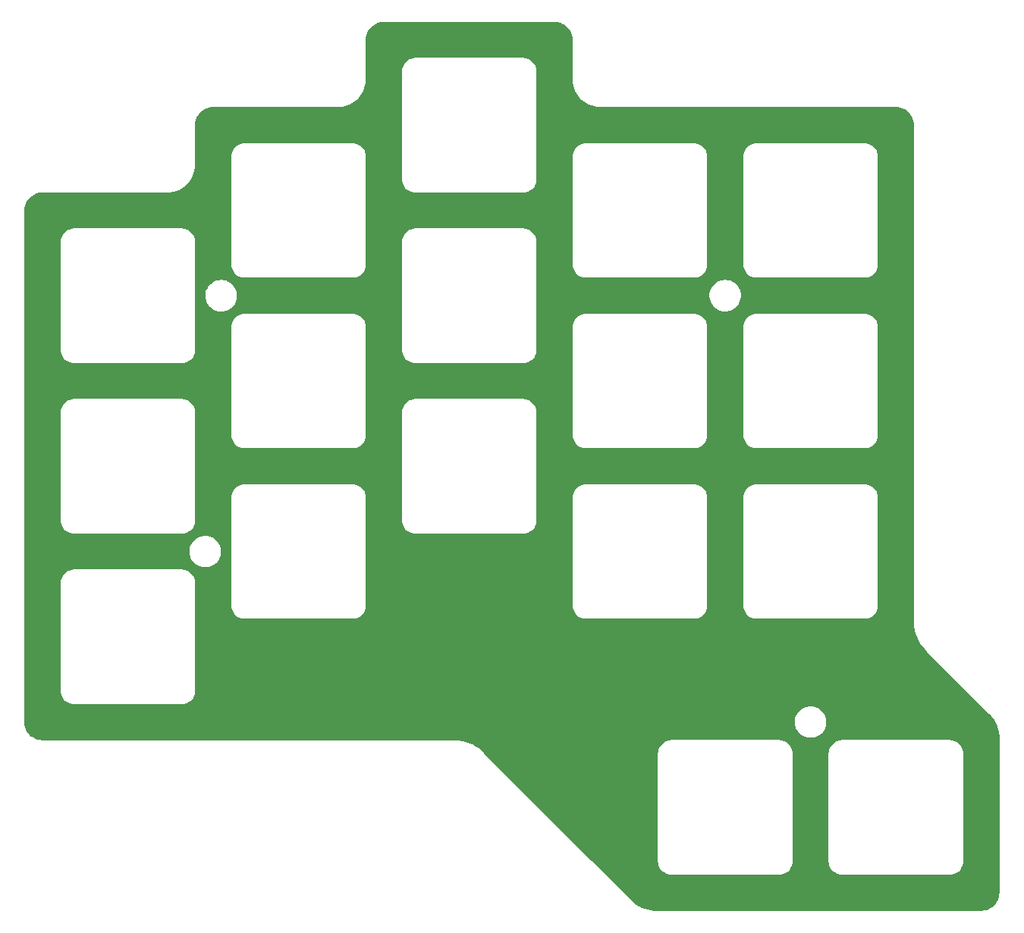
<source format=gtl>
%TF.GenerationSoftware,KiCad,Pcbnew,(6.0.6-1)-1*%
%TF.CreationDate,2022-07-19T11:16:36+08:00*%
%TF.ProjectId,Plate,506c6174-652e-46b6-9963-61645f706362,3*%
%TF.SameCoordinates,PX7616b68PY48ab840*%
%TF.FileFunction,Copper,L1,Top*%
%TF.FilePolarity,Positive*%
%FSLAX46Y46*%
G04 Gerber Fmt 4.6, Leading zero omitted, Abs format (unit mm)*
G04 Created by KiCad (PCBNEW (6.0.6-1)-1) date 2022-07-19 11:16:36*
%MOMM*%
%LPD*%
G01*
G04 APERTURE LIST*
G04 APERTURE END LIST*
%TA.AperFunction,NonConductor*%
G36*
X-19079982Y30605000D02*
G01*
X-19065149Y30602690D01*
X-19065145Y30602690D01*
X-19056276Y30601309D01*
X-19047374Y30602473D01*
X-19047371Y30602473D01*
X-19039988Y30603439D01*
X-19015409Y30604233D01*
X-18988558Y30602473D01*
X-18793078Y30589660D01*
X-18776738Y30587509D01*
X-18654522Y30563199D01*
X-18532304Y30538888D01*
X-18516394Y30534625D01*
X-18280400Y30454516D01*
X-18265174Y30448209D01*
X-18041658Y30337984D01*
X-18027384Y30329743D01*
X-17820171Y30191287D01*
X-17807095Y30181254D01*
X-17619722Y30016932D01*
X-17608068Y30005278D01*
X-17443746Y29817905D01*
X-17433713Y29804829D01*
X-17295257Y29597616D01*
X-17287016Y29583342D01*
X-17176791Y29359826D01*
X-17170485Y29344602D01*
X-17090375Y29108606D01*
X-17086111Y29092693D01*
X-17037491Y28848262D01*
X-17035340Y28831922D01*
X-17021237Y28616764D01*
X-17022267Y28593650D01*
X-17022310Y28590146D01*
X-17023691Y28581276D01*
X-17022527Y28572374D01*
X-17022527Y28572372D01*
X-17019564Y28549717D01*
X-17018500Y28533379D01*
X-17018500Y24179367D01*
X-17020000Y24159982D01*
X-17022310Y24145149D01*
X-17022310Y24145145D01*
X-17023691Y24136276D01*
X-17022559Y24127622D01*
X-17022530Y24127070D01*
X-17022550Y24125434D01*
X-17022303Y24122730D01*
X-17021072Y24099255D01*
X-17008787Y23864836D01*
X-17005961Y23810908D01*
X-16955976Y23495311D01*
X-16873275Y23186669D01*
X-16758766Y22888362D01*
X-16613702Y22603658D01*
X-16439673Y22335677D01*
X-16437595Y22333111D01*
X-16247610Y22098500D01*
X-16238586Y22087356D01*
X-16012644Y21861414D01*
X-15764323Y21660327D01*
X-15496342Y21486298D01*
X-15211638Y21341234D01*
X-14913331Y21226725D01*
X-14604689Y21144024D01*
X-14601439Y21143509D01*
X-14601433Y21143508D01*
X-14367666Y21106484D01*
X-14289092Y21094039D01*
X-14285809Y21093867D01*
X-14285800Y21093866D01*
X-14141247Y21086291D01*
X-14003128Y21079052D01*
X-13988817Y21077478D01*
X-13982552Y21076424D01*
X-13976276Y21076348D01*
X-13974860Y21076330D01*
X-13974857Y21076330D01*
X-13970000Y21076271D01*
X-13942376Y21080227D01*
X-13924514Y21081500D01*
X19000633Y21081500D01*
X19020018Y21080000D01*
X19034851Y21077690D01*
X19034855Y21077690D01*
X19043724Y21076309D01*
X19052626Y21077473D01*
X19052629Y21077473D01*
X19060012Y21078439D01*
X19084591Y21079233D01*
X19111366Y21077478D01*
X19306922Y21064660D01*
X19323262Y21062509D01*
X19445477Y21038199D01*
X19567696Y21013888D01*
X19583606Y21009625D01*
X19819600Y20929516D01*
X19834826Y20923209D01*
X20058342Y20812984D01*
X20072616Y20804743D01*
X20279829Y20666287D01*
X20292905Y20656254D01*
X20480278Y20491932D01*
X20491932Y20480278D01*
X20656254Y20292905D01*
X20666287Y20279829D01*
X20804743Y20072616D01*
X20812984Y20058342D01*
X20923209Y19834826D01*
X20929515Y19819602D01*
X21009625Y19583606D01*
X21013889Y19567693D01*
X21062509Y19323262D01*
X21064660Y19306922D01*
X21078763Y19091764D01*
X21077733Y19068650D01*
X21077690Y19065146D01*
X21076309Y19056276D01*
X21077473Y19047374D01*
X21077473Y19047372D01*
X21080436Y19024717D01*
X21081500Y19008379D01*
X21081500Y-36128678D01*
X21078792Y-36154659D01*
X21077370Y-36161407D01*
X21076703Y-36173942D01*
X21077195Y-36178785D01*
X21077195Y-36178787D01*
X21077223Y-36179061D01*
X21077867Y-36191643D01*
X21078301Y-36569381D01*
X21112046Y-36963331D01*
X21178841Y-37353040D01*
X21278213Y-37735742D01*
X21279095Y-37738249D01*
X21279097Y-37738255D01*
X21408568Y-38106197D01*
X21409455Y-38108717D01*
X21571636Y-38469317D01*
X21763604Y-38814981D01*
X21983994Y-39143253D01*
X22231243Y-39451804D01*
X22233081Y-39453738D01*
X22233085Y-39453743D01*
X22481367Y-39715047D01*
X22489021Y-39724179D01*
X22491015Y-39726487D01*
X22493903Y-39730404D01*
X22502818Y-39739241D01*
X22521125Y-39752492D01*
X22536330Y-39765457D01*
X29454249Y-46683377D01*
X29465648Y-46696466D01*
X29483334Y-46719850D01*
X29490538Y-46725200D01*
X29490541Y-46725203D01*
X29499359Y-46731751D01*
X29515984Y-46746544D01*
X29722980Y-46966450D01*
X29730648Y-46975403D01*
X29934512Y-47237270D01*
X29941316Y-47246907D01*
X30119806Y-47526709D01*
X30125678Y-47536942D01*
X30249749Y-47778693D01*
X30277206Y-47832193D01*
X30282096Y-47842930D01*
X30405352Y-48151080D01*
X30409215Y-48162227D01*
X30503103Y-48480527D01*
X30505908Y-48491985D01*
X30545540Y-48694596D01*
X30569619Y-48817698D01*
X30571339Y-48829370D01*
X30604305Y-49159601D01*
X30604926Y-49171382D01*
X30606645Y-49466103D01*
X30604247Y-49491312D01*
X30601998Y-49502673D01*
X30602796Y-49511614D01*
X30602796Y-49511616D01*
X30606001Y-49547520D01*
X30606500Y-49558722D01*
X30606500Y-66625633D01*
X30605000Y-66645018D01*
X30602690Y-66659851D01*
X30602690Y-66659855D01*
X30601309Y-66668724D01*
X30602473Y-66677626D01*
X30602473Y-66677629D01*
X30603439Y-66685012D01*
X30604233Y-66709591D01*
X30589660Y-66931922D01*
X30587509Y-66948262D01*
X30538889Y-67192693D01*
X30534625Y-67208606D01*
X30500312Y-67309689D01*
X30454516Y-67444600D01*
X30448209Y-67459826D01*
X30337984Y-67683342D01*
X30329743Y-67697616D01*
X30191287Y-67904829D01*
X30181254Y-67917905D01*
X30016932Y-68105278D01*
X30005278Y-68116932D01*
X29817905Y-68281254D01*
X29804829Y-68291287D01*
X29597616Y-68429743D01*
X29583342Y-68437984D01*
X29359826Y-68548209D01*
X29344602Y-68554515D01*
X29108606Y-68634625D01*
X29092696Y-68638888D01*
X28970478Y-68663199D01*
X28848262Y-68687509D01*
X28831922Y-68689660D01*
X28683134Y-68699413D01*
X28616763Y-68703763D01*
X28593650Y-68702733D01*
X28590146Y-68702690D01*
X28581276Y-68701309D01*
X28572374Y-68702473D01*
X28572372Y-68702473D01*
X28558128Y-68704336D01*
X28549714Y-68705436D01*
X28533379Y-68706500D01*
X-7583602Y-68706500D01*
X-7597868Y-68705690D01*
X-7625867Y-68702499D01*
X-7625869Y-68702499D01*
X-7634785Y-68701483D01*
X-7654468Y-68704882D01*
X-7676642Y-68706718D01*
X-7742525Y-68706334D01*
X-7978620Y-68704957D01*
X-7990401Y-68704336D01*
X-8250411Y-68678380D01*
X-8320636Y-68671370D01*
X-8332303Y-68669650D01*
X-8658023Y-68605938D01*
X-8669481Y-68603133D01*
X-8987793Y-68509242D01*
X-8998940Y-68505378D01*
X-9307074Y-68382127D01*
X-9317811Y-68377238D01*
X-9613078Y-68225702D01*
X-9623310Y-68219830D01*
X-9903106Y-68041345D01*
X-9912745Y-68034541D01*
X-10174623Y-67830666D01*
X-10183582Y-67822991D01*
X-10397967Y-67621193D01*
X-10414566Y-67602076D01*
X-10416247Y-67599694D01*
X-10421423Y-67592356D01*
X-10450513Y-67569215D01*
X-10461170Y-67559703D01*
X-14877149Y-63143724D01*
X-7513691Y-63143724D01*
X-7512208Y-63155062D01*
X-7511465Y-63162406D01*
X-7496959Y-63365230D01*
X-7451092Y-63576079D01*
X-7449520Y-63580294D01*
X-7449519Y-63580297D01*
X-7427657Y-63638910D01*
X-7375685Y-63778254D01*
X-7272272Y-63967640D01*
X-7142960Y-64140381D01*
X-6990381Y-64292960D01*
X-6817640Y-64422272D01*
X-6628254Y-64525685D01*
X-6527166Y-64563389D01*
X-6430297Y-64599519D01*
X-6430294Y-64599520D01*
X-6426079Y-64601092D01*
X-6421689Y-64602047D01*
X-6421682Y-64602049D01*
X-6266771Y-64635747D01*
X-6215230Y-64646959D01*
X-6040465Y-64659459D01*
X-6028554Y-64660884D01*
X-6017352Y-64662769D01*
X-6017345Y-64662770D01*
X-6012552Y-64663576D01*
X-6006276Y-64663653D01*
X-6004860Y-64663670D01*
X-6004857Y-64663670D01*
X-6000000Y-64663729D01*
X-5972376Y-64659773D01*
X-5954514Y-64658500D01*
X5946750Y-64658500D01*
X5967655Y-64660246D01*
X5982656Y-64662770D01*
X5982659Y-64662770D01*
X5987448Y-64663576D01*
X5993687Y-64663652D01*
X5995140Y-64663670D01*
X5995143Y-64663670D01*
X6000000Y-64663729D01*
X6014790Y-64661611D01*
X6023643Y-64660662D01*
X6210742Y-64647280D01*
X6215230Y-64646959D01*
X6266771Y-64635747D01*
X6421682Y-64602049D01*
X6421689Y-64602047D01*
X6426079Y-64601092D01*
X6430294Y-64599520D01*
X6430297Y-64599519D01*
X6527166Y-64563389D01*
X6628254Y-64525685D01*
X6817640Y-64422272D01*
X6990381Y-64292960D01*
X7142960Y-64140381D01*
X7272272Y-63967640D01*
X7375685Y-63778254D01*
X7427657Y-63638910D01*
X7449519Y-63580297D01*
X7449520Y-63580294D01*
X7451092Y-63576079D01*
X7496959Y-63365230D01*
X7509459Y-63190465D01*
X7510884Y-63178554D01*
X7512769Y-63167352D01*
X7512770Y-63167345D01*
X7513576Y-63162552D01*
X7513653Y-63156276D01*
X7513670Y-63154860D01*
X7513670Y-63154857D01*
X7513729Y-63150000D01*
X7512830Y-63143724D01*
X11536309Y-63143724D01*
X11537792Y-63155062D01*
X11538535Y-63162406D01*
X11553041Y-63365230D01*
X11598908Y-63576079D01*
X11600480Y-63580294D01*
X11600481Y-63580297D01*
X11622343Y-63638910D01*
X11674315Y-63778254D01*
X11777728Y-63967640D01*
X11907040Y-64140381D01*
X12059619Y-64292960D01*
X12232360Y-64422272D01*
X12421746Y-64525685D01*
X12522834Y-64563389D01*
X12619703Y-64599519D01*
X12619706Y-64599520D01*
X12623921Y-64601092D01*
X12628311Y-64602047D01*
X12628318Y-64602049D01*
X12783229Y-64635747D01*
X12834770Y-64646959D01*
X13009535Y-64659459D01*
X13021446Y-64660884D01*
X13032648Y-64662769D01*
X13032655Y-64662770D01*
X13037448Y-64663576D01*
X13043724Y-64663653D01*
X13045140Y-64663670D01*
X13045143Y-64663670D01*
X13050000Y-64663729D01*
X13077624Y-64659773D01*
X13095486Y-64658500D01*
X24996750Y-64658500D01*
X25017655Y-64660246D01*
X25032656Y-64662770D01*
X25032659Y-64662770D01*
X25037448Y-64663576D01*
X25043687Y-64663652D01*
X25045140Y-64663670D01*
X25045143Y-64663670D01*
X25050000Y-64663729D01*
X25064790Y-64661611D01*
X25073643Y-64660662D01*
X25260742Y-64647280D01*
X25265230Y-64646959D01*
X25316771Y-64635747D01*
X25471682Y-64602049D01*
X25471689Y-64602047D01*
X25476079Y-64601092D01*
X25480294Y-64599520D01*
X25480297Y-64599519D01*
X25577166Y-64563389D01*
X25678254Y-64525685D01*
X25867640Y-64422272D01*
X26040381Y-64292960D01*
X26192960Y-64140381D01*
X26322272Y-63967640D01*
X26425685Y-63778254D01*
X26477657Y-63638910D01*
X26499519Y-63580297D01*
X26499520Y-63580294D01*
X26501092Y-63576079D01*
X26546959Y-63365230D01*
X26559459Y-63190465D01*
X26560884Y-63178554D01*
X26562769Y-63167352D01*
X26562770Y-63167345D01*
X26563576Y-63162552D01*
X26563652Y-63156276D01*
X26563670Y-63154860D01*
X26563670Y-63154857D01*
X26563729Y-63150000D01*
X26559773Y-63122376D01*
X26558500Y-63104514D01*
X26558500Y-51203250D01*
X26560246Y-51182345D01*
X26562770Y-51167344D01*
X26562770Y-51167341D01*
X26563576Y-51162552D01*
X26563729Y-51150000D01*
X26561611Y-51135210D01*
X26560662Y-51126357D01*
X26547280Y-50939258D01*
X26546959Y-50934770D01*
X26518995Y-50806220D01*
X26502049Y-50728318D01*
X26502047Y-50728311D01*
X26501092Y-50723921D01*
X26482181Y-50673217D01*
X26427258Y-50525964D01*
X26425685Y-50521746D01*
X26322272Y-50332360D01*
X26192960Y-50159619D01*
X26040381Y-50007040D01*
X25867640Y-49877728D01*
X25678254Y-49774315D01*
X25577167Y-49736612D01*
X25480297Y-49700481D01*
X25480294Y-49700480D01*
X25476079Y-49698908D01*
X25471689Y-49697953D01*
X25471682Y-49697951D01*
X25316771Y-49664253D01*
X25265230Y-49653041D01*
X25090465Y-49640541D01*
X25078554Y-49639116D01*
X25067352Y-49637231D01*
X25067345Y-49637230D01*
X25062552Y-49636424D01*
X25056276Y-49636348D01*
X25054860Y-49636330D01*
X25054857Y-49636330D01*
X25050000Y-49636271D01*
X25030134Y-49639116D01*
X25022376Y-49640227D01*
X25004514Y-49641500D01*
X13103250Y-49641500D01*
X13082345Y-49639754D01*
X13067344Y-49637230D01*
X13067341Y-49637230D01*
X13062552Y-49636424D01*
X13056313Y-49636348D01*
X13054860Y-49636330D01*
X13054857Y-49636330D01*
X13050000Y-49636271D01*
X13035210Y-49638389D01*
X13026357Y-49639338D01*
X12839258Y-49652720D01*
X12834770Y-49653041D01*
X12783229Y-49664253D01*
X12628318Y-49697951D01*
X12628311Y-49697953D01*
X12623921Y-49698908D01*
X12619706Y-49700480D01*
X12619703Y-49700481D01*
X12522833Y-49736612D01*
X12421746Y-49774315D01*
X12232360Y-49877728D01*
X12059619Y-50007040D01*
X11907040Y-50159619D01*
X11777728Y-50332360D01*
X11674315Y-50521746D01*
X11672742Y-50525964D01*
X11617820Y-50673217D01*
X11598908Y-50723921D01*
X11597953Y-50728311D01*
X11597951Y-50728318D01*
X11581005Y-50806220D01*
X11553041Y-50934770D01*
X11540020Y-51116830D01*
X11539988Y-51117275D01*
X11538808Y-51127675D01*
X11537690Y-51134851D01*
X11537690Y-51134855D01*
X11536309Y-51143724D01*
X11537473Y-51152626D01*
X11537473Y-51152628D01*
X11540436Y-51175283D01*
X11541500Y-51191621D01*
X11541500Y-63100633D01*
X11540000Y-63120018D01*
X11537690Y-63134851D01*
X11537690Y-63134855D01*
X11536309Y-63143724D01*
X7512830Y-63143724D01*
X7509773Y-63122376D01*
X7508500Y-63104514D01*
X7508500Y-51203250D01*
X7510246Y-51182345D01*
X7512770Y-51167344D01*
X7512770Y-51167341D01*
X7513576Y-51162552D01*
X7513729Y-51150000D01*
X7511611Y-51135210D01*
X7510662Y-51126357D01*
X7497280Y-50939258D01*
X7496959Y-50934770D01*
X7468995Y-50806220D01*
X7452049Y-50728318D01*
X7452047Y-50728311D01*
X7451092Y-50723921D01*
X7432181Y-50673217D01*
X7377258Y-50525964D01*
X7375685Y-50521746D01*
X7272272Y-50332360D01*
X7142960Y-50159619D01*
X6990381Y-50007040D01*
X6817640Y-49877728D01*
X6628254Y-49774315D01*
X6527167Y-49736612D01*
X6430297Y-49700481D01*
X6430294Y-49700480D01*
X6426079Y-49698908D01*
X6421689Y-49697953D01*
X6421682Y-49697951D01*
X6266771Y-49664253D01*
X6215230Y-49653041D01*
X6040465Y-49640541D01*
X6028554Y-49639116D01*
X6017352Y-49637231D01*
X6017345Y-49637230D01*
X6012552Y-49636424D01*
X6006276Y-49636348D01*
X6004860Y-49636330D01*
X6004857Y-49636330D01*
X6000000Y-49636271D01*
X5980134Y-49639116D01*
X5972376Y-49640227D01*
X5954514Y-49641500D01*
X-5946750Y-49641500D01*
X-5967655Y-49639754D01*
X-5982656Y-49637230D01*
X-5982659Y-49637230D01*
X-5987448Y-49636424D01*
X-5993687Y-49636348D01*
X-5995140Y-49636330D01*
X-5995143Y-49636330D01*
X-6000000Y-49636271D01*
X-6014790Y-49638389D01*
X-6023643Y-49639338D01*
X-6210742Y-49652720D01*
X-6215230Y-49653041D01*
X-6266771Y-49664253D01*
X-6421682Y-49697951D01*
X-6421689Y-49697953D01*
X-6426079Y-49698908D01*
X-6430294Y-49700480D01*
X-6430297Y-49700481D01*
X-6527167Y-49736612D01*
X-6628254Y-49774315D01*
X-6817640Y-49877728D01*
X-6990381Y-50007040D01*
X-7142960Y-50159619D01*
X-7272272Y-50332360D01*
X-7375685Y-50521746D01*
X-7377258Y-50525964D01*
X-7432180Y-50673217D01*
X-7451092Y-50723921D01*
X-7452047Y-50728311D01*
X-7452049Y-50728318D01*
X-7468995Y-50806220D01*
X-7496959Y-50934770D01*
X-7509980Y-51116830D01*
X-7510012Y-51117275D01*
X-7511192Y-51127675D01*
X-7512310Y-51134851D01*
X-7512310Y-51134855D01*
X-7513691Y-51143724D01*
X-7512527Y-51152626D01*
X-7512527Y-51152628D01*
X-7509564Y-51175283D01*
X-7508500Y-51191621D01*
X-7508500Y-63100633D01*
X-7510000Y-63120018D01*
X-7512310Y-63134851D01*
X-7512310Y-63134855D01*
X-7513691Y-63143724D01*
X-14877149Y-63143724D01*
X-26904043Y-51116830D01*
X-26918789Y-51099101D01*
X-26924386Y-51090957D01*
X-26924387Y-51090956D01*
X-26927142Y-51086947D01*
X-26930479Y-51083412D01*
X-26930482Y-51083408D01*
X-26932421Y-51081354D01*
X-26932423Y-51081352D01*
X-26935759Y-51077818D01*
X-26939596Y-51074841D01*
X-26940055Y-51074425D01*
X-26948901Y-51066825D01*
X-27083160Y-50939258D01*
X-27223176Y-50806220D01*
X-27225229Y-50804575D01*
X-27225238Y-50804567D01*
X-27529660Y-50560626D01*
X-27529662Y-50560624D01*
X-27531728Y-50558969D01*
X-27692608Y-50450960D01*
X-27857798Y-50340057D01*
X-27857804Y-50340053D01*
X-27860003Y-50338577D01*
X-27862321Y-50337290D01*
X-27862327Y-50337286D01*
X-28203348Y-50147898D01*
X-28205669Y-50146609D01*
X-28208077Y-50145526D01*
X-28208087Y-50145521D01*
X-28563841Y-49985520D01*
X-28563848Y-49985517D01*
X-28566272Y-49984427D01*
X-28568787Y-49983542D01*
X-28568792Y-49983540D01*
X-28936736Y-49854067D01*
X-28936742Y-49854065D01*
X-28939249Y-49853183D01*
X-28941811Y-49852518D01*
X-28941820Y-49852515D01*
X-29319396Y-49754475D01*
X-29319395Y-49754475D01*
X-29321953Y-49753811D01*
X-29324551Y-49753366D01*
X-29324559Y-49753364D01*
X-29709049Y-49687463D01*
X-29709058Y-49687462D01*
X-29711665Y-49687015D01*
X-29714312Y-49686788D01*
X-29714314Y-49686788D01*
X-29801340Y-49679334D01*
X-30105617Y-49653270D01*
X-30385863Y-49652948D01*
X-30468761Y-49652853D01*
X-30480624Y-49652099D01*
X-30483685Y-49651951D01*
X-30488510Y-49651341D01*
X-30493369Y-49651481D01*
X-30493372Y-49651481D01*
X-30494530Y-49651515D01*
X-30501058Y-49651703D01*
X-30512137Y-49653756D01*
X-30515557Y-49654390D01*
X-30538517Y-49656500D01*
X-76150633Y-49656500D01*
X-76170018Y-49655000D01*
X-76184851Y-49652690D01*
X-76184855Y-49652690D01*
X-76193724Y-49651309D01*
X-76202626Y-49652473D01*
X-76202629Y-49652473D01*
X-76210012Y-49653439D01*
X-76234591Y-49654233D01*
X-76273190Y-49651703D01*
X-76456922Y-49639660D01*
X-76473262Y-49637509D01*
X-76595478Y-49613199D01*
X-76717696Y-49588888D01*
X-76733606Y-49584625D01*
X-76969602Y-49504515D01*
X-76984826Y-49498209D01*
X-77208342Y-49387984D01*
X-77222616Y-49379743D01*
X-77429829Y-49241287D01*
X-77442905Y-49231254D01*
X-77630278Y-49066932D01*
X-77641932Y-49055278D01*
X-77806254Y-48867905D01*
X-77816287Y-48854829D01*
X-77954743Y-48647616D01*
X-77962984Y-48633342D01*
X-78073209Y-48409826D01*
X-78079516Y-48394600D01*
X-78125312Y-48259689D01*
X-78159625Y-48158606D01*
X-78163889Y-48142693D01*
X-78212509Y-47898262D01*
X-78214660Y-47881922D01*
X-78224444Y-47732655D01*
X7764858Y-47732655D01*
X7800104Y-47991638D01*
X7801412Y-47996124D01*
X7801412Y-47996126D01*
X7821098Y-48063664D01*
X7873243Y-48242567D01*
X7982668Y-48479928D01*
X7990574Y-48491986D01*
X8123410Y-48694596D01*
X8123414Y-48694601D01*
X8125976Y-48698509D01*
X8300018Y-48893506D01*
X8500970Y-49060637D01*
X8504973Y-49063066D01*
X8720422Y-49193804D01*
X8720426Y-49193806D01*
X8724419Y-49196229D01*
X8965455Y-49297303D01*
X9218783Y-49361641D01*
X9223434Y-49362109D01*
X9223438Y-49362110D01*
X9398556Y-49379743D01*
X9435867Y-49383500D01*
X9591354Y-49383500D01*
X9593679Y-49383327D01*
X9593685Y-49383327D01*
X9781000Y-49369407D01*
X9781004Y-49369406D01*
X9785652Y-49369061D01*
X9790200Y-49368032D01*
X9790206Y-49368031D01*
X9976601Y-49325853D01*
X10040577Y-49311377D01*
X10076769Y-49297303D01*
X10279824Y-49218340D01*
X10279827Y-49218339D01*
X10284177Y-49216647D01*
X10511098Y-49086951D01*
X10716357Y-48925138D01*
X10895443Y-48734763D01*
X11044424Y-48520009D01*
X11046492Y-48515816D01*
X11157960Y-48289781D01*
X11157961Y-48289778D01*
X11160025Y-48285593D01*
X11239707Y-48036665D01*
X11281721Y-47778693D01*
X11283847Y-47616283D01*
X11285081Y-47522022D01*
X11285081Y-47522019D01*
X11285142Y-47517345D01*
X11249896Y-47258362D01*
X11235473Y-47208877D01*
X11178068Y-47011932D01*
X11176757Y-47007433D01*
X11067332Y-46770072D01*
X10943861Y-46581747D01*
X10926590Y-46555404D01*
X10926586Y-46555399D01*
X10924024Y-46551491D01*
X10749982Y-46356494D01*
X10549030Y-46189363D01*
X10501844Y-46160730D01*
X10329578Y-46056196D01*
X10329574Y-46056194D01*
X10325581Y-46053771D01*
X10084545Y-45952697D01*
X9831217Y-45888359D01*
X9826566Y-45887891D01*
X9826562Y-45887890D01*
X9617271Y-45866816D01*
X9614133Y-45866500D01*
X9458646Y-45866500D01*
X9456321Y-45866673D01*
X9456315Y-45866673D01*
X9269000Y-45880593D01*
X9268996Y-45880594D01*
X9264348Y-45880939D01*
X9259800Y-45881968D01*
X9259794Y-45881969D01*
X9073399Y-45924147D01*
X9009423Y-45938623D01*
X9005071Y-45940315D01*
X9005069Y-45940316D01*
X8770176Y-46031660D01*
X8770173Y-46031661D01*
X8765823Y-46033353D01*
X8538902Y-46163049D01*
X8333643Y-46324862D01*
X8154557Y-46515237D01*
X8048884Y-46667563D01*
X8008898Y-46725203D01*
X8005576Y-46729991D01*
X7889975Y-46964407D01*
X7810293Y-47213335D01*
X7768279Y-47471307D01*
X7768218Y-47475980D01*
X7765977Y-47647204D01*
X7764858Y-47732655D01*
X-78224444Y-47732655D01*
X-78228524Y-47670407D01*
X-78227350Y-47647232D01*
X-78227666Y-47647204D01*
X-78227230Y-47642344D01*
X-78226424Y-47637552D01*
X-78226271Y-47625000D01*
X-78230227Y-47597376D01*
X-78231500Y-47579514D01*
X-78231500Y-44093724D01*
X-74188691Y-44093724D01*
X-74187208Y-44105062D01*
X-74186465Y-44112406D01*
X-74171959Y-44315230D01*
X-74126092Y-44526079D01*
X-74124520Y-44530294D01*
X-74124519Y-44530297D01*
X-74102657Y-44588910D01*
X-74050685Y-44728254D01*
X-73947272Y-44917640D01*
X-73817960Y-45090381D01*
X-73665381Y-45242960D01*
X-73492640Y-45372272D01*
X-73303254Y-45475685D01*
X-73202167Y-45513388D01*
X-73105297Y-45549519D01*
X-73105294Y-45549520D01*
X-73101079Y-45551092D01*
X-73096689Y-45552047D01*
X-73096682Y-45552049D01*
X-72941771Y-45585747D01*
X-72890230Y-45596959D01*
X-72715465Y-45609459D01*
X-72703554Y-45610884D01*
X-72692352Y-45612769D01*
X-72692345Y-45612770D01*
X-72687552Y-45613576D01*
X-72681276Y-45613653D01*
X-72679860Y-45613670D01*
X-72679857Y-45613670D01*
X-72675000Y-45613729D01*
X-72647376Y-45609773D01*
X-72629514Y-45608500D01*
X-60728250Y-45608500D01*
X-60707345Y-45610246D01*
X-60692344Y-45612770D01*
X-60692341Y-45612770D01*
X-60687552Y-45613576D01*
X-60681313Y-45613652D01*
X-60679860Y-45613670D01*
X-60679857Y-45613670D01*
X-60675000Y-45613729D01*
X-60660210Y-45611611D01*
X-60651357Y-45610662D01*
X-60464258Y-45597280D01*
X-60459770Y-45596959D01*
X-60408229Y-45585747D01*
X-60253318Y-45552049D01*
X-60253311Y-45552047D01*
X-60248921Y-45551092D01*
X-60244706Y-45549520D01*
X-60244703Y-45549519D01*
X-60147833Y-45513388D01*
X-60046746Y-45475685D01*
X-59857360Y-45372272D01*
X-59684619Y-45242960D01*
X-59532040Y-45090381D01*
X-59402728Y-44917640D01*
X-59299315Y-44728254D01*
X-59247343Y-44588910D01*
X-59225481Y-44530297D01*
X-59225480Y-44530294D01*
X-59223908Y-44526079D01*
X-59178041Y-44315230D01*
X-59165541Y-44140465D01*
X-59164116Y-44128554D01*
X-59162231Y-44117352D01*
X-59162230Y-44117345D01*
X-59161424Y-44112552D01*
X-59161348Y-44106276D01*
X-59161330Y-44104860D01*
X-59161330Y-44104857D01*
X-59161271Y-44100000D01*
X-59165227Y-44072376D01*
X-59166500Y-44054514D01*
X-59166500Y-34568724D01*
X-55138691Y-34568724D01*
X-55137208Y-34580062D01*
X-55136465Y-34587406D01*
X-55121959Y-34790230D01*
X-55076092Y-35001079D01*
X-55074520Y-35005294D01*
X-55074519Y-35005297D01*
X-55052657Y-35063910D01*
X-55000685Y-35203254D01*
X-54897272Y-35392640D01*
X-54767960Y-35565381D01*
X-54615381Y-35717960D01*
X-54442640Y-35847272D01*
X-54253254Y-35950685D01*
X-54152166Y-35988389D01*
X-54055297Y-36024519D01*
X-54055294Y-36024520D01*
X-54051079Y-36026092D01*
X-54046689Y-36027047D01*
X-54046682Y-36027049D01*
X-53891771Y-36060747D01*
X-53840230Y-36071959D01*
X-53665465Y-36084459D01*
X-53653554Y-36085884D01*
X-53642352Y-36087769D01*
X-53642345Y-36087770D01*
X-53637552Y-36088576D01*
X-53631276Y-36088652D01*
X-53629860Y-36088670D01*
X-53629857Y-36088670D01*
X-53625000Y-36088729D01*
X-53597376Y-36084773D01*
X-53579514Y-36083500D01*
X-41678250Y-36083500D01*
X-41657345Y-36085246D01*
X-41642344Y-36087770D01*
X-41642341Y-36087770D01*
X-41637552Y-36088576D01*
X-41631313Y-36088652D01*
X-41629860Y-36088670D01*
X-41629857Y-36088670D01*
X-41625000Y-36088729D01*
X-41610210Y-36086611D01*
X-41601357Y-36085662D01*
X-41414258Y-36072280D01*
X-41409770Y-36071959D01*
X-41358229Y-36060747D01*
X-41203318Y-36027049D01*
X-41203311Y-36027047D01*
X-41198921Y-36026092D01*
X-41194706Y-36024520D01*
X-41194703Y-36024519D01*
X-41097834Y-35988389D01*
X-40996746Y-35950685D01*
X-40807360Y-35847272D01*
X-40634619Y-35717960D01*
X-40482040Y-35565381D01*
X-40352728Y-35392640D01*
X-40249315Y-35203254D01*
X-40197343Y-35063910D01*
X-40175481Y-35005297D01*
X-40175480Y-35005294D01*
X-40173908Y-35001079D01*
X-40128041Y-34790230D01*
X-40115541Y-34615465D01*
X-40114116Y-34603554D01*
X-40112231Y-34592352D01*
X-40112230Y-34592345D01*
X-40111424Y-34587552D01*
X-40111348Y-34581276D01*
X-40111330Y-34579860D01*
X-40111330Y-34579857D01*
X-40111271Y-34575000D01*
X-40112170Y-34568724D01*
X-17038691Y-34568724D01*
X-17037208Y-34580062D01*
X-17036465Y-34587406D01*
X-17021959Y-34790230D01*
X-16976092Y-35001079D01*
X-16974520Y-35005294D01*
X-16974519Y-35005297D01*
X-16952657Y-35063910D01*
X-16900685Y-35203254D01*
X-16797272Y-35392640D01*
X-16667960Y-35565381D01*
X-16515381Y-35717960D01*
X-16342640Y-35847272D01*
X-16153254Y-35950685D01*
X-16052166Y-35988389D01*
X-15955297Y-36024519D01*
X-15955294Y-36024520D01*
X-15951079Y-36026092D01*
X-15946689Y-36027047D01*
X-15946682Y-36027049D01*
X-15791771Y-36060747D01*
X-15740230Y-36071959D01*
X-15565465Y-36084459D01*
X-15553554Y-36085884D01*
X-15542352Y-36087769D01*
X-15542345Y-36087770D01*
X-15537552Y-36088576D01*
X-15531276Y-36088652D01*
X-15529860Y-36088670D01*
X-15529857Y-36088670D01*
X-15525000Y-36088729D01*
X-15497376Y-36084773D01*
X-15479514Y-36083500D01*
X-3578250Y-36083500D01*
X-3557345Y-36085246D01*
X-3542344Y-36087770D01*
X-3542341Y-36087770D01*
X-3537552Y-36088576D01*
X-3531313Y-36088652D01*
X-3529860Y-36088670D01*
X-3529857Y-36088670D01*
X-3525000Y-36088729D01*
X-3510210Y-36086611D01*
X-3501357Y-36085662D01*
X-3314258Y-36072280D01*
X-3309770Y-36071959D01*
X-3258229Y-36060747D01*
X-3103318Y-36027049D01*
X-3103311Y-36027047D01*
X-3098921Y-36026092D01*
X-3094706Y-36024520D01*
X-3094703Y-36024519D01*
X-2997834Y-35988389D01*
X-2896746Y-35950685D01*
X-2707360Y-35847272D01*
X-2534619Y-35717960D01*
X-2382040Y-35565381D01*
X-2252728Y-35392640D01*
X-2149315Y-35203254D01*
X-2097343Y-35063910D01*
X-2075481Y-35005297D01*
X-2075480Y-35005294D01*
X-2073908Y-35001079D01*
X-2028041Y-34790230D01*
X-2015541Y-34615465D01*
X-2014116Y-34603554D01*
X-2012231Y-34592352D01*
X-2012230Y-34592345D01*
X-2011424Y-34587552D01*
X-2011348Y-34581276D01*
X-2011330Y-34579860D01*
X-2011330Y-34579857D01*
X-2011271Y-34575000D01*
X-2012170Y-34568724D01*
X2011309Y-34568724D01*
X2012792Y-34580062D01*
X2013535Y-34587406D01*
X2028041Y-34790230D01*
X2073908Y-35001079D01*
X2075480Y-35005294D01*
X2075481Y-35005297D01*
X2097343Y-35063910D01*
X2149315Y-35203254D01*
X2252728Y-35392640D01*
X2382040Y-35565381D01*
X2534619Y-35717960D01*
X2707360Y-35847272D01*
X2896746Y-35950685D01*
X2997834Y-35988389D01*
X3094703Y-36024519D01*
X3094706Y-36024520D01*
X3098921Y-36026092D01*
X3103311Y-36027047D01*
X3103318Y-36027049D01*
X3258229Y-36060747D01*
X3309770Y-36071959D01*
X3484535Y-36084459D01*
X3496446Y-36085884D01*
X3507648Y-36087769D01*
X3507655Y-36087770D01*
X3512448Y-36088576D01*
X3518724Y-36088652D01*
X3520140Y-36088670D01*
X3520143Y-36088670D01*
X3525000Y-36088729D01*
X3552624Y-36084773D01*
X3570486Y-36083500D01*
X15471750Y-36083500D01*
X15492655Y-36085246D01*
X15507656Y-36087770D01*
X15507659Y-36087770D01*
X15512448Y-36088576D01*
X15518687Y-36088652D01*
X15520140Y-36088670D01*
X15520143Y-36088670D01*
X15525000Y-36088729D01*
X15539790Y-36086611D01*
X15548643Y-36085662D01*
X15735742Y-36072280D01*
X15740230Y-36071959D01*
X15791771Y-36060747D01*
X15946682Y-36027049D01*
X15946689Y-36027047D01*
X15951079Y-36026092D01*
X15955294Y-36024520D01*
X15955297Y-36024519D01*
X16052166Y-35988389D01*
X16153254Y-35950685D01*
X16342640Y-35847272D01*
X16515381Y-35717960D01*
X16667960Y-35565381D01*
X16797272Y-35392640D01*
X16900685Y-35203254D01*
X16952657Y-35063910D01*
X16974519Y-35005297D01*
X16974520Y-35005294D01*
X16976092Y-35001079D01*
X17021959Y-34790230D01*
X17034459Y-34615465D01*
X17035884Y-34603554D01*
X17037769Y-34592352D01*
X17037770Y-34592345D01*
X17038576Y-34587552D01*
X17038652Y-34581276D01*
X17038670Y-34579860D01*
X17038670Y-34579857D01*
X17038729Y-34575000D01*
X17034773Y-34547376D01*
X17033500Y-34529514D01*
X17033500Y-22628250D01*
X17035246Y-22607345D01*
X17037770Y-22592344D01*
X17037770Y-22592341D01*
X17038576Y-22587552D01*
X17038729Y-22575000D01*
X17036611Y-22560210D01*
X17035662Y-22551357D01*
X17022280Y-22364258D01*
X17021959Y-22359770D01*
X16976092Y-22148921D01*
X16953628Y-22088691D01*
X16902258Y-21950964D01*
X16900685Y-21946746D01*
X16797272Y-21757360D01*
X16667960Y-21584619D01*
X16515381Y-21432040D01*
X16342640Y-21302728D01*
X16153254Y-21199315D01*
X16052167Y-21161612D01*
X15955297Y-21125481D01*
X15955294Y-21125480D01*
X15951079Y-21123908D01*
X15946689Y-21122953D01*
X15946682Y-21122951D01*
X15791771Y-21089253D01*
X15740230Y-21078041D01*
X15565465Y-21065541D01*
X15553554Y-21064116D01*
X15542352Y-21062231D01*
X15542345Y-21062230D01*
X15537552Y-21061424D01*
X15531276Y-21061348D01*
X15529860Y-21061330D01*
X15529857Y-21061330D01*
X15525000Y-21061271D01*
X15505134Y-21064116D01*
X15497376Y-21065227D01*
X15479514Y-21066500D01*
X3578250Y-21066500D01*
X3557345Y-21064754D01*
X3542344Y-21062230D01*
X3542341Y-21062230D01*
X3537552Y-21061424D01*
X3531313Y-21061348D01*
X3529860Y-21061330D01*
X3529857Y-21061330D01*
X3525000Y-21061271D01*
X3510210Y-21063389D01*
X3501357Y-21064338D01*
X3314258Y-21077720D01*
X3309770Y-21078041D01*
X3258229Y-21089253D01*
X3103318Y-21122951D01*
X3103311Y-21122953D01*
X3098921Y-21123908D01*
X3094706Y-21125480D01*
X3094703Y-21125481D01*
X2997833Y-21161612D01*
X2896746Y-21199315D01*
X2707360Y-21302728D01*
X2534619Y-21432040D01*
X2382040Y-21584619D01*
X2252728Y-21757360D01*
X2149315Y-21946746D01*
X2147742Y-21950964D01*
X2096373Y-22088691D01*
X2073908Y-22148921D01*
X2028041Y-22359770D01*
X2020470Y-22465631D01*
X2014988Y-22542275D01*
X2013808Y-22552675D01*
X2012690Y-22559851D01*
X2012690Y-22559855D01*
X2011309Y-22568724D01*
X2012473Y-22577626D01*
X2012473Y-22577628D01*
X2015436Y-22600283D01*
X2016500Y-22616621D01*
X2016500Y-34525633D01*
X2015000Y-34545018D01*
X2012690Y-34559851D01*
X2012690Y-34559855D01*
X2011309Y-34568724D01*
X-2012170Y-34568724D01*
X-2015227Y-34547376D01*
X-2016500Y-34529514D01*
X-2016500Y-22628250D01*
X-2014754Y-22607345D01*
X-2012230Y-22592344D01*
X-2012230Y-22592341D01*
X-2011424Y-22587552D01*
X-2011271Y-22575000D01*
X-2013389Y-22560210D01*
X-2014338Y-22551357D01*
X-2027720Y-22364258D01*
X-2028041Y-22359770D01*
X-2073908Y-22148921D01*
X-2096372Y-22088691D01*
X-2147742Y-21950964D01*
X-2149315Y-21946746D01*
X-2252728Y-21757360D01*
X-2382040Y-21584619D01*
X-2534619Y-21432040D01*
X-2707360Y-21302728D01*
X-2896746Y-21199315D01*
X-2997833Y-21161612D01*
X-3094703Y-21125481D01*
X-3094706Y-21125480D01*
X-3098921Y-21123908D01*
X-3103311Y-21122953D01*
X-3103318Y-21122951D01*
X-3258229Y-21089253D01*
X-3309770Y-21078041D01*
X-3484535Y-21065541D01*
X-3496446Y-21064116D01*
X-3507648Y-21062231D01*
X-3507655Y-21062230D01*
X-3512448Y-21061424D01*
X-3518724Y-21061348D01*
X-3520140Y-21061330D01*
X-3520143Y-21061330D01*
X-3525000Y-21061271D01*
X-3544866Y-21064116D01*
X-3552624Y-21065227D01*
X-3570486Y-21066500D01*
X-15471750Y-21066500D01*
X-15492655Y-21064754D01*
X-15507656Y-21062230D01*
X-15507659Y-21062230D01*
X-15512448Y-21061424D01*
X-15518687Y-21061348D01*
X-15520140Y-21061330D01*
X-15520143Y-21061330D01*
X-15525000Y-21061271D01*
X-15539790Y-21063389D01*
X-15548643Y-21064338D01*
X-15735742Y-21077720D01*
X-15740230Y-21078041D01*
X-15791771Y-21089253D01*
X-15946682Y-21122951D01*
X-15946689Y-21122953D01*
X-15951079Y-21123908D01*
X-15955294Y-21125480D01*
X-15955297Y-21125481D01*
X-16052167Y-21161612D01*
X-16153254Y-21199315D01*
X-16342640Y-21302728D01*
X-16515381Y-21432040D01*
X-16667960Y-21584619D01*
X-16797272Y-21757360D01*
X-16900685Y-21946746D01*
X-16902258Y-21950964D01*
X-16953627Y-22088691D01*
X-16976092Y-22148921D01*
X-17021959Y-22359770D01*
X-17029530Y-22465631D01*
X-17035012Y-22542275D01*
X-17036192Y-22552675D01*
X-17037310Y-22559851D01*
X-17037310Y-22559855D01*
X-17038691Y-22568724D01*
X-17037527Y-22577626D01*
X-17037527Y-22577628D01*
X-17034564Y-22600283D01*
X-17033500Y-22616621D01*
X-17033500Y-34525633D01*
X-17035000Y-34545018D01*
X-17037310Y-34559851D01*
X-17037310Y-34559855D01*
X-17038691Y-34568724D01*
X-40112170Y-34568724D01*
X-40115227Y-34547376D01*
X-40116500Y-34529514D01*
X-40116500Y-25043724D01*
X-36088691Y-25043724D01*
X-36087208Y-25055062D01*
X-36086465Y-25062406D01*
X-36071959Y-25265230D01*
X-36026092Y-25476079D01*
X-36024520Y-25480294D01*
X-36024519Y-25480297D01*
X-36002657Y-25538910D01*
X-35950685Y-25678254D01*
X-35847272Y-25867640D01*
X-35717960Y-26040381D01*
X-35565381Y-26192960D01*
X-35392640Y-26322272D01*
X-35203254Y-26425685D01*
X-35102167Y-26463388D01*
X-35005297Y-26499519D01*
X-35005294Y-26499520D01*
X-35001079Y-26501092D01*
X-34996689Y-26502047D01*
X-34996682Y-26502049D01*
X-34841771Y-26535747D01*
X-34790230Y-26546959D01*
X-34615465Y-26559459D01*
X-34603554Y-26560884D01*
X-34592352Y-26562769D01*
X-34592345Y-26562770D01*
X-34587552Y-26563576D01*
X-34581276Y-26563653D01*
X-34579860Y-26563670D01*
X-34579857Y-26563670D01*
X-34575000Y-26563729D01*
X-34547376Y-26559773D01*
X-34529514Y-26558500D01*
X-22628250Y-26558500D01*
X-22607345Y-26560246D01*
X-22592344Y-26562770D01*
X-22592341Y-26562770D01*
X-22587552Y-26563576D01*
X-22581313Y-26563652D01*
X-22579860Y-26563670D01*
X-22579857Y-26563670D01*
X-22575000Y-26563729D01*
X-22560210Y-26561611D01*
X-22551357Y-26560662D01*
X-22364258Y-26547280D01*
X-22359770Y-26546959D01*
X-22308229Y-26535747D01*
X-22153318Y-26502049D01*
X-22153311Y-26502047D01*
X-22148921Y-26501092D01*
X-22144706Y-26499520D01*
X-22144703Y-26499519D01*
X-22047833Y-26463388D01*
X-21946746Y-26425685D01*
X-21757360Y-26322272D01*
X-21584619Y-26192960D01*
X-21432040Y-26040381D01*
X-21302728Y-25867640D01*
X-21199315Y-25678254D01*
X-21147343Y-25538910D01*
X-21125481Y-25480297D01*
X-21125480Y-25480294D01*
X-21123908Y-25476079D01*
X-21078041Y-25265230D01*
X-21065541Y-25090465D01*
X-21064116Y-25078554D01*
X-21062231Y-25067352D01*
X-21062230Y-25067345D01*
X-21061424Y-25062552D01*
X-21061347Y-25056276D01*
X-21061330Y-25054860D01*
X-21061330Y-25054857D01*
X-21061271Y-25050000D01*
X-21065227Y-25022376D01*
X-21066500Y-25004514D01*
X-21066500Y-15518724D01*
X-17038691Y-15518724D01*
X-17037208Y-15530062D01*
X-17036465Y-15537406D01*
X-17021959Y-15740230D01*
X-16976092Y-15951079D01*
X-16974520Y-15955294D01*
X-16974519Y-15955297D01*
X-16952657Y-16013910D01*
X-16900685Y-16153254D01*
X-16797272Y-16342640D01*
X-16667960Y-16515381D01*
X-16515381Y-16667960D01*
X-16342640Y-16797272D01*
X-16153254Y-16900685D01*
X-16052166Y-16938389D01*
X-15955297Y-16974519D01*
X-15955294Y-16974520D01*
X-15951079Y-16976092D01*
X-15946689Y-16977047D01*
X-15946682Y-16977049D01*
X-15791771Y-17010747D01*
X-15740230Y-17021959D01*
X-15565465Y-17034459D01*
X-15553554Y-17035884D01*
X-15542352Y-17037769D01*
X-15542345Y-17037770D01*
X-15537552Y-17038576D01*
X-15531276Y-17038653D01*
X-15529860Y-17038670D01*
X-15529857Y-17038670D01*
X-15525000Y-17038729D01*
X-15497376Y-17034773D01*
X-15479514Y-17033500D01*
X-3578250Y-17033500D01*
X-3557345Y-17035246D01*
X-3542344Y-17037770D01*
X-3542341Y-17037770D01*
X-3537552Y-17038576D01*
X-3531313Y-17038652D01*
X-3529860Y-17038670D01*
X-3529857Y-17038670D01*
X-3525000Y-17038729D01*
X-3510210Y-17036611D01*
X-3501357Y-17035662D01*
X-3314258Y-17022280D01*
X-3309770Y-17021959D01*
X-3258229Y-17010747D01*
X-3103318Y-16977049D01*
X-3103311Y-16977047D01*
X-3098921Y-16976092D01*
X-3094706Y-16974520D01*
X-3094703Y-16974519D01*
X-2997834Y-16938389D01*
X-2896746Y-16900685D01*
X-2707360Y-16797272D01*
X-2534619Y-16667960D01*
X-2382040Y-16515381D01*
X-2252728Y-16342640D01*
X-2149315Y-16153254D01*
X-2097343Y-16013910D01*
X-2075481Y-15955297D01*
X-2075480Y-15955294D01*
X-2073908Y-15951079D01*
X-2028041Y-15740230D01*
X-2015541Y-15565465D01*
X-2014116Y-15553554D01*
X-2012231Y-15542352D01*
X-2012230Y-15542345D01*
X-2011424Y-15537552D01*
X-2011348Y-15531276D01*
X-2011330Y-15529860D01*
X-2011330Y-15529857D01*
X-2011271Y-15525000D01*
X-2012170Y-15518724D01*
X2011309Y-15518724D01*
X2012792Y-15530062D01*
X2013535Y-15537406D01*
X2028041Y-15740230D01*
X2073908Y-15951079D01*
X2075480Y-15955294D01*
X2075481Y-15955297D01*
X2097343Y-16013910D01*
X2149315Y-16153254D01*
X2252728Y-16342640D01*
X2382040Y-16515381D01*
X2534619Y-16667960D01*
X2707360Y-16797272D01*
X2896746Y-16900685D01*
X2997834Y-16938389D01*
X3094703Y-16974519D01*
X3094706Y-16974520D01*
X3098921Y-16976092D01*
X3103311Y-16977047D01*
X3103318Y-16977049D01*
X3258229Y-17010747D01*
X3309770Y-17021959D01*
X3484535Y-17034459D01*
X3496446Y-17035884D01*
X3507648Y-17037769D01*
X3507655Y-17037770D01*
X3512448Y-17038576D01*
X3518724Y-17038653D01*
X3520140Y-17038670D01*
X3520143Y-17038670D01*
X3525000Y-17038729D01*
X3552624Y-17034773D01*
X3570486Y-17033500D01*
X15471750Y-17033500D01*
X15492655Y-17035246D01*
X15507656Y-17037770D01*
X15507659Y-17037770D01*
X15512448Y-17038576D01*
X15518687Y-17038652D01*
X15520140Y-17038670D01*
X15520143Y-17038670D01*
X15525000Y-17038729D01*
X15539790Y-17036611D01*
X15548643Y-17035662D01*
X15735742Y-17022280D01*
X15740230Y-17021959D01*
X15791771Y-17010747D01*
X15946682Y-16977049D01*
X15946689Y-16977047D01*
X15951079Y-16976092D01*
X15955294Y-16974520D01*
X15955297Y-16974519D01*
X16052166Y-16938389D01*
X16153254Y-16900685D01*
X16342640Y-16797272D01*
X16515381Y-16667960D01*
X16667960Y-16515381D01*
X16797272Y-16342640D01*
X16900685Y-16153254D01*
X16952657Y-16013910D01*
X16974519Y-15955297D01*
X16974520Y-15955294D01*
X16976092Y-15951079D01*
X17021959Y-15740230D01*
X17034459Y-15565465D01*
X17035884Y-15553554D01*
X17037769Y-15542352D01*
X17037770Y-15542345D01*
X17038576Y-15537552D01*
X17038653Y-15531276D01*
X17038670Y-15529860D01*
X17038670Y-15529857D01*
X17038729Y-15525000D01*
X17034773Y-15497376D01*
X17033500Y-15479514D01*
X17033500Y-3578250D01*
X17035246Y-3557345D01*
X17037770Y-3542344D01*
X17037770Y-3542341D01*
X17038576Y-3537552D01*
X17038729Y-3525000D01*
X17036611Y-3510210D01*
X17035662Y-3501357D01*
X17022280Y-3314258D01*
X17021959Y-3309770D01*
X16976092Y-3098921D01*
X16953628Y-3038691D01*
X16902258Y-2900964D01*
X16900685Y-2896746D01*
X16797272Y-2707360D01*
X16667960Y-2534619D01*
X16515381Y-2382040D01*
X16342640Y-2252728D01*
X16153254Y-2149315D01*
X16052166Y-2111611D01*
X15955297Y-2075481D01*
X15955294Y-2075480D01*
X15951079Y-2073908D01*
X15946689Y-2072953D01*
X15946682Y-2072951D01*
X15791771Y-2039253D01*
X15740230Y-2028041D01*
X15565465Y-2015541D01*
X15553554Y-2014116D01*
X15542352Y-2012231D01*
X15542345Y-2012230D01*
X15537552Y-2011424D01*
X15531276Y-2011347D01*
X15529860Y-2011330D01*
X15529857Y-2011330D01*
X15525000Y-2011271D01*
X15505134Y-2014116D01*
X15497376Y-2015227D01*
X15479514Y-2016500D01*
X3578250Y-2016500D01*
X3557345Y-2014754D01*
X3542344Y-2012230D01*
X3542341Y-2012230D01*
X3537552Y-2011424D01*
X3531313Y-2011348D01*
X3529860Y-2011330D01*
X3529857Y-2011330D01*
X3525000Y-2011271D01*
X3510210Y-2013389D01*
X3501357Y-2014338D01*
X3314258Y-2027720D01*
X3309770Y-2028041D01*
X3258229Y-2039253D01*
X3103318Y-2072951D01*
X3103311Y-2072953D01*
X3098921Y-2073908D01*
X3094706Y-2075480D01*
X3094703Y-2075481D01*
X2997834Y-2111611D01*
X2896746Y-2149315D01*
X2707360Y-2252728D01*
X2534619Y-2382040D01*
X2382040Y-2534619D01*
X2252728Y-2707360D01*
X2149315Y-2896746D01*
X2147742Y-2900964D01*
X2096373Y-3038691D01*
X2073908Y-3098921D01*
X2028041Y-3309770D01*
X2020470Y-3415631D01*
X2014988Y-3492275D01*
X2013808Y-3502675D01*
X2012690Y-3509851D01*
X2012690Y-3509855D01*
X2011309Y-3518724D01*
X2012473Y-3527626D01*
X2012473Y-3527628D01*
X2015436Y-3550283D01*
X2016500Y-3566621D01*
X2016500Y-15475633D01*
X2015000Y-15495018D01*
X2012690Y-15509851D01*
X2012690Y-15509855D01*
X2011309Y-15518724D01*
X-2012170Y-15518724D01*
X-2015227Y-15497376D01*
X-2016500Y-15479514D01*
X-2016500Y-3578250D01*
X-2014754Y-3557345D01*
X-2012230Y-3542344D01*
X-2012230Y-3542341D01*
X-2011424Y-3537552D01*
X-2011271Y-3525000D01*
X-2013389Y-3510210D01*
X-2014338Y-3501357D01*
X-2027720Y-3314258D01*
X-2028041Y-3309770D01*
X-2073908Y-3098921D01*
X-2096372Y-3038691D01*
X-2147742Y-2900964D01*
X-2149315Y-2896746D01*
X-2252728Y-2707360D01*
X-2382040Y-2534619D01*
X-2534619Y-2382040D01*
X-2707360Y-2252728D01*
X-2896746Y-2149315D01*
X-2997834Y-2111611D01*
X-3094703Y-2075481D01*
X-3094706Y-2075480D01*
X-3098921Y-2073908D01*
X-3103311Y-2072953D01*
X-3103318Y-2072951D01*
X-3258229Y-2039253D01*
X-3309770Y-2028041D01*
X-3484535Y-2015541D01*
X-3496446Y-2014116D01*
X-3507648Y-2012231D01*
X-3507655Y-2012230D01*
X-3512448Y-2011424D01*
X-3518724Y-2011347D01*
X-3520140Y-2011330D01*
X-3520143Y-2011330D01*
X-3525000Y-2011271D01*
X-3544866Y-2014116D01*
X-3552624Y-2015227D01*
X-3570486Y-2016500D01*
X-15471750Y-2016500D01*
X-15492655Y-2014754D01*
X-15507656Y-2012230D01*
X-15507659Y-2012230D01*
X-15512448Y-2011424D01*
X-15518687Y-2011348D01*
X-15520140Y-2011330D01*
X-15520143Y-2011330D01*
X-15525000Y-2011271D01*
X-15539790Y-2013389D01*
X-15548643Y-2014338D01*
X-15735742Y-2027720D01*
X-15740230Y-2028041D01*
X-15791771Y-2039253D01*
X-15946682Y-2072951D01*
X-15946689Y-2072953D01*
X-15951079Y-2073908D01*
X-15955294Y-2075480D01*
X-15955297Y-2075481D01*
X-16052166Y-2111611D01*
X-16153254Y-2149315D01*
X-16342640Y-2252728D01*
X-16515381Y-2382040D01*
X-16667960Y-2534619D01*
X-16797272Y-2707360D01*
X-16900685Y-2896746D01*
X-16902258Y-2900964D01*
X-16953627Y-3038691D01*
X-16976092Y-3098921D01*
X-17021959Y-3309770D01*
X-17029530Y-3415631D01*
X-17035012Y-3492275D01*
X-17036192Y-3502675D01*
X-17037310Y-3509851D01*
X-17037310Y-3509855D01*
X-17038691Y-3518724D01*
X-17037527Y-3527626D01*
X-17037527Y-3527628D01*
X-17034564Y-3550283D01*
X-17033500Y-3566621D01*
X-17033500Y-15475633D01*
X-17035000Y-15495018D01*
X-17037310Y-15509851D01*
X-17037310Y-15509855D01*
X-17038691Y-15518724D01*
X-21066500Y-15518724D01*
X-21066500Y-13103250D01*
X-21064754Y-13082345D01*
X-21062230Y-13067344D01*
X-21062230Y-13067341D01*
X-21061424Y-13062552D01*
X-21061271Y-13050000D01*
X-21063389Y-13035210D01*
X-21064338Y-13026357D01*
X-21077720Y-12839258D01*
X-21078041Y-12834770D01*
X-21123908Y-12623921D01*
X-21146372Y-12563691D01*
X-21197742Y-12425964D01*
X-21199315Y-12421746D01*
X-21302728Y-12232360D01*
X-21432040Y-12059619D01*
X-21584619Y-11907040D01*
X-21757360Y-11777728D01*
X-21946746Y-11674315D01*
X-22047833Y-11636612D01*
X-22144703Y-11600481D01*
X-22144706Y-11600480D01*
X-22148921Y-11598908D01*
X-22153311Y-11597953D01*
X-22153318Y-11597951D01*
X-22308229Y-11564253D01*
X-22359770Y-11553041D01*
X-22534535Y-11540541D01*
X-22546446Y-11539116D01*
X-22557648Y-11537231D01*
X-22557655Y-11537230D01*
X-22562448Y-11536424D01*
X-22568724Y-11536348D01*
X-22570140Y-11536330D01*
X-22570143Y-11536330D01*
X-22575000Y-11536271D01*
X-22594866Y-11539116D01*
X-22602624Y-11540227D01*
X-22620486Y-11541500D01*
X-34521750Y-11541500D01*
X-34542655Y-11539754D01*
X-34557656Y-11537230D01*
X-34557659Y-11537230D01*
X-34562448Y-11536424D01*
X-34568687Y-11536348D01*
X-34570140Y-11536330D01*
X-34570143Y-11536330D01*
X-34575000Y-11536271D01*
X-34589790Y-11538389D01*
X-34598643Y-11539338D01*
X-34785742Y-11552720D01*
X-34790230Y-11553041D01*
X-34841771Y-11564253D01*
X-34996682Y-11597951D01*
X-34996689Y-11597953D01*
X-35001079Y-11598908D01*
X-35005294Y-11600480D01*
X-35005297Y-11600481D01*
X-35102166Y-11636611D01*
X-35203254Y-11674315D01*
X-35392640Y-11777728D01*
X-35565381Y-11907040D01*
X-35717960Y-12059619D01*
X-35847272Y-12232360D01*
X-35950685Y-12421746D01*
X-35952258Y-12425964D01*
X-36003627Y-12563691D01*
X-36026092Y-12623921D01*
X-36071959Y-12834770D01*
X-36079530Y-12940631D01*
X-36085012Y-13017275D01*
X-36086192Y-13027675D01*
X-36087310Y-13034851D01*
X-36087310Y-13034855D01*
X-36088691Y-13043724D01*
X-36087527Y-13052626D01*
X-36087527Y-13052628D01*
X-36084564Y-13075283D01*
X-36083500Y-13091621D01*
X-36083500Y-25000633D01*
X-36085000Y-25020018D01*
X-36087310Y-25034851D01*
X-36087310Y-25034855D01*
X-36088691Y-25043724D01*
X-40116500Y-25043724D01*
X-40116500Y-22628250D01*
X-40114754Y-22607345D01*
X-40112230Y-22592344D01*
X-40112230Y-22592341D01*
X-40111424Y-22587552D01*
X-40111271Y-22575000D01*
X-40113389Y-22560210D01*
X-40114338Y-22551357D01*
X-40127720Y-22364258D01*
X-40128041Y-22359770D01*
X-40173908Y-22148921D01*
X-40196372Y-22088691D01*
X-40247742Y-21950964D01*
X-40249315Y-21946746D01*
X-40352728Y-21757360D01*
X-40482040Y-21584619D01*
X-40634619Y-21432040D01*
X-40807360Y-21302728D01*
X-40996746Y-21199315D01*
X-41097833Y-21161612D01*
X-41194703Y-21125481D01*
X-41194706Y-21125480D01*
X-41198921Y-21123908D01*
X-41203311Y-21122953D01*
X-41203318Y-21122951D01*
X-41358229Y-21089253D01*
X-41409770Y-21078041D01*
X-41584535Y-21065541D01*
X-41596446Y-21064116D01*
X-41607648Y-21062231D01*
X-41607655Y-21062230D01*
X-41612448Y-21061424D01*
X-41618724Y-21061348D01*
X-41620140Y-21061330D01*
X-41620143Y-21061330D01*
X-41625000Y-21061271D01*
X-41644866Y-21064116D01*
X-41652624Y-21065227D01*
X-41670486Y-21066500D01*
X-53571750Y-21066500D01*
X-53592655Y-21064754D01*
X-53607656Y-21062230D01*
X-53607659Y-21062230D01*
X-53612448Y-21061424D01*
X-53618687Y-21061348D01*
X-53620140Y-21061330D01*
X-53620143Y-21061330D01*
X-53625000Y-21061271D01*
X-53639790Y-21063389D01*
X-53648643Y-21064338D01*
X-53835742Y-21077720D01*
X-53840230Y-21078041D01*
X-53891771Y-21089253D01*
X-54046682Y-21122951D01*
X-54046689Y-21122953D01*
X-54051079Y-21123908D01*
X-54055294Y-21125480D01*
X-54055297Y-21125481D01*
X-54152167Y-21161612D01*
X-54253254Y-21199315D01*
X-54442640Y-21302728D01*
X-54615381Y-21432040D01*
X-54767960Y-21584619D01*
X-54897272Y-21757360D01*
X-55000685Y-21946746D01*
X-55002258Y-21950964D01*
X-55053627Y-22088691D01*
X-55076092Y-22148921D01*
X-55121959Y-22359770D01*
X-55129530Y-22465631D01*
X-55135012Y-22542275D01*
X-55136192Y-22552675D01*
X-55137310Y-22559851D01*
X-55137310Y-22559855D01*
X-55138691Y-22568724D01*
X-55137527Y-22577626D01*
X-55137527Y-22577628D01*
X-55134564Y-22600283D01*
X-55133500Y-22616621D01*
X-55133500Y-34525633D01*
X-55135000Y-34545018D01*
X-55137310Y-34559851D01*
X-55137310Y-34559855D01*
X-55138691Y-34568724D01*
X-59166500Y-34568724D01*
X-59166500Y-32153250D01*
X-59164754Y-32132345D01*
X-59162230Y-32117344D01*
X-59162230Y-32117341D01*
X-59161424Y-32112552D01*
X-59161271Y-32100000D01*
X-59163389Y-32085210D01*
X-59164338Y-32076357D01*
X-59177720Y-31889258D01*
X-59178041Y-31884770D01*
X-59223908Y-31673921D01*
X-59246372Y-31613691D01*
X-59297742Y-31475964D01*
X-59299315Y-31471746D01*
X-59402728Y-31282360D01*
X-59532040Y-31109619D01*
X-59684619Y-30957040D01*
X-59857360Y-30827728D01*
X-60046746Y-30724315D01*
X-60147834Y-30686611D01*
X-60244703Y-30650481D01*
X-60244706Y-30650480D01*
X-60248921Y-30648908D01*
X-60253311Y-30647953D01*
X-60253318Y-30647951D01*
X-60408229Y-30614253D01*
X-60459770Y-30603041D01*
X-60634535Y-30590541D01*
X-60646446Y-30589116D01*
X-60657648Y-30587231D01*
X-60657655Y-30587230D01*
X-60662448Y-30586424D01*
X-60668724Y-30586348D01*
X-60670140Y-30586330D01*
X-60670143Y-30586330D01*
X-60675000Y-30586271D01*
X-60694866Y-30589116D01*
X-60702624Y-30590227D01*
X-60720486Y-30591500D01*
X-72621750Y-30591500D01*
X-72642655Y-30589754D01*
X-72657656Y-30587230D01*
X-72657659Y-30587230D01*
X-72662448Y-30586424D01*
X-72668687Y-30586348D01*
X-72670140Y-30586330D01*
X-72670143Y-30586330D01*
X-72675000Y-30586271D01*
X-72689790Y-30588389D01*
X-72698643Y-30589338D01*
X-72885742Y-30602720D01*
X-72890230Y-30603041D01*
X-72941771Y-30614253D01*
X-73096682Y-30647951D01*
X-73096689Y-30647953D01*
X-73101079Y-30648908D01*
X-73105294Y-30650480D01*
X-73105297Y-30650481D01*
X-73202166Y-30686611D01*
X-73303254Y-30724315D01*
X-73492640Y-30827728D01*
X-73665381Y-30957040D01*
X-73817960Y-31109619D01*
X-73947272Y-31282360D01*
X-74050685Y-31471746D01*
X-74052258Y-31475964D01*
X-74103627Y-31613691D01*
X-74126092Y-31673921D01*
X-74171959Y-31884770D01*
X-74179530Y-31990631D01*
X-74185012Y-32067275D01*
X-74186192Y-32077675D01*
X-74187310Y-32084851D01*
X-74187310Y-32084855D01*
X-74188691Y-32093724D01*
X-74187527Y-32102626D01*
X-74187527Y-32102628D01*
X-74184564Y-32125283D01*
X-74183500Y-32141621D01*
X-74183500Y-44050633D01*
X-74185000Y-44070018D01*
X-74187310Y-44084851D01*
X-74187310Y-44084855D01*
X-74188691Y-44093724D01*
X-78231500Y-44093724D01*
X-78231500Y-28682655D01*
X-59799142Y-28682655D01*
X-59763896Y-28941638D01*
X-59762588Y-28946124D01*
X-59762588Y-28946126D01*
X-59742902Y-29013664D01*
X-59690757Y-29192567D01*
X-59581332Y-29429928D01*
X-59578769Y-29433837D01*
X-59440590Y-29644596D01*
X-59440586Y-29644601D01*
X-59438024Y-29648509D01*
X-59263982Y-29843506D01*
X-59063030Y-30010637D01*
X-59059027Y-30013066D01*
X-58843578Y-30143804D01*
X-58843574Y-30143806D01*
X-58839581Y-30146229D01*
X-58598545Y-30247303D01*
X-58345217Y-30311641D01*
X-58340566Y-30312109D01*
X-58340562Y-30312110D01*
X-58147692Y-30331531D01*
X-58128133Y-30333500D01*
X-57972646Y-30333500D01*
X-57970321Y-30333327D01*
X-57970315Y-30333327D01*
X-57783000Y-30319407D01*
X-57782996Y-30319406D01*
X-57778348Y-30319061D01*
X-57773800Y-30318032D01*
X-57773794Y-30318031D01*
X-57587399Y-30275853D01*
X-57523423Y-30261377D01*
X-57487231Y-30247303D01*
X-57284176Y-30168340D01*
X-57284173Y-30168339D01*
X-57279823Y-30166647D01*
X-57052902Y-30036951D01*
X-56847643Y-29875138D01*
X-56668557Y-29684763D01*
X-56519576Y-29470009D01*
X-56403975Y-29235593D01*
X-56324293Y-28986665D01*
X-56282279Y-28728693D01*
X-56278858Y-28467345D01*
X-56314104Y-28208362D01*
X-56328527Y-28158877D01*
X-56385932Y-27961932D01*
X-56387243Y-27957433D01*
X-56496668Y-27720072D01*
X-56529481Y-27670024D01*
X-56637410Y-27505404D01*
X-56637414Y-27505399D01*
X-56639976Y-27501491D01*
X-56814018Y-27306494D01*
X-57014970Y-27139363D01*
X-57062156Y-27110730D01*
X-57234422Y-27006196D01*
X-57234426Y-27006194D01*
X-57238419Y-27003771D01*
X-57479455Y-26902697D01*
X-57732783Y-26838359D01*
X-57737434Y-26837891D01*
X-57737438Y-26837890D01*
X-57946729Y-26816816D01*
X-57949867Y-26816500D01*
X-58105354Y-26816500D01*
X-58107679Y-26816673D01*
X-58107685Y-26816673D01*
X-58295000Y-26830593D01*
X-58295004Y-26830594D01*
X-58299652Y-26830939D01*
X-58304200Y-26831968D01*
X-58304206Y-26831969D01*
X-58490601Y-26874147D01*
X-58554577Y-26888623D01*
X-58558929Y-26890315D01*
X-58558931Y-26890316D01*
X-58793824Y-26981660D01*
X-58793827Y-26981661D01*
X-58798177Y-26983353D01*
X-59025098Y-27113049D01*
X-59230357Y-27274862D01*
X-59409443Y-27465237D01*
X-59558424Y-27679991D01*
X-59674025Y-27914407D01*
X-59753707Y-28163335D01*
X-59795721Y-28421307D01*
X-59799142Y-28682655D01*
X-78231500Y-28682655D01*
X-78231500Y-25043724D01*
X-74188691Y-25043724D01*
X-74187208Y-25055062D01*
X-74186465Y-25062406D01*
X-74171959Y-25265230D01*
X-74126092Y-25476079D01*
X-74124520Y-25480294D01*
X-74124519Y-25480297D01*
X-74102657Y-25538910D01*
X-74050685Y-25678254D01*
X-73947272Y-25867640D01*
X-73817960Y-26040381D01*
X-73665381Y-26192960D01*
X-73492640Y-26322272D01*
X-73303254Y-26425685D01*
X-73202167Y-26463388D01*
X-73105297Y-26499519D01*
X-73105294Y-26499520D01*
X-73101079Y-26501092D01*
X-73096689Y-26502047D01*
X-73096682Y-26502049D01*
X-72941771Y-26535747D01*
X-72890230Y-26546959D01*
X-72715465Y-26559459D01*
X-72703554Y-26560884D01*
X-72692352Y-26562769D01*
X-72692345Y-26562770D01*
X-72687552Y-26563576D01*
X-72681276Y-26563653D01*
X-72679860Y-26563670D01*
X-72679857Y-26563670D01*
X-72675000Y-26563729D01*
X-72647376Y-26559773D01*
X-72629514Y-26558500D01*
X-60728250Y-26558500D01*
X-60707345Y-26560246D01*
X-60692344Y-26562770D01*
X-60692341Y-26562770D01*
X-60687552Y-26563576D01*
X-60681313Y-26563652D01*
X-60679860Y-26563670D01*
X-60679857Y-26563670D01*
X-60675000Y-26563729D01*
X-60660210Y-26561611D01*
X-60651357Y-26560662D01*
X-60464258Y-26547280D01*
X-60459770Y-26546959D01*
X-60408229Y-26535747D01*
X-60253318Y-26502049D01*
X-60253311Y-26502047D01*
X-60248921Y-26501092D01*
X-60244706Y-26499520D01*
X-60244703Y-26499519D01*
X-60147833Y-26463388D01*
X-60046746Y-26425685D01*
X-59857360Y-26322272D01*
X-59684619Y-26192960D01*
X-59532040Y-26040381D01*
X-59402728Y-25867640D01*
X-59299315Y-25678254D01*
X-59247343Y-25538910D01*
X-59225481Y-25480297D01*
X-59225480Y-25480294D01*
X-59223908Y-25476079D01*
X-59178041Y-25265230D01*
X-59165541Y-25090465D01*
X-59164116Y-25078554D01*
X-59162231Y-25067352D01*
X-59162230Y-25067345D01*
X-59161424Y-25062552D01*
X-59161348Y-25056276D01*
X-59161330Y-25054860D01*
X-59161330Y-25054857D01*
X-59161271Y-25050000D01*
X-59165227Y-25022376D01*
X-59166500Y-25004514D01*
X-59166500Y-15518724D01*
X-55138691Y-15518724D01*
X-55137208Y-15530062D01*
X-55136465Y-15537406D01*
X-55121959Y-15740230D01*
X-55076092Y-15951079D01*
X-55074520Y-15955294D01*
X-55074519Y-15955297D01*
X-55052657Y-16013910D01*
X-55000685Y-16153254D01*
X-54897272Y-16342640D01*
X-54767960Y-16515381D01*
X-54615381Y-16667960D01*
X-54442640Y-16797272D01*
X-54253254Y-16900685D01*
X-54152166Y-16938389D01*
X-54055297Y-16974519D01*
X-54055294Y-16974520D01*
X-54051079Y-16976092D01*
X-54046689Y-16977047D01*
X-54046682Y-16977049D01*
X-53891771Y-17010747D01*
X-53840230Y-17021959D01*
X-53665465Y-17034459D01*
X-53653554Y-17035884D01*
X-53642352Y-17037769D01*
X-53642345Y-17037770D01*
X-53637552Y-17038576D01*
X-53631276Y-17038653D01*
X-53629860Y-17038670D01*
X-53629857Y-17038670D01*
X-53625000Y-17038729D01*
X-53597376Y-17034773D01*
X-53579514Y-17033500D01*
X-41678250Y-17033500D01*
X-41657345Y-17035246D01*
X-41642344Y-17037770D01*
X-41642341Y-17037770D01*
X-41637552Y-17038576D01*
X-41631313Y-17038652D01*
X-41629860Y-17038670D01*
X-41629857Y-17038670D01*
X-41625000Y-17038729D01*
X-41610210Y-17036611D01*
X-41601357Y-17035662D01*
X-41414258Y-17022280D01*
X-41409770Y-17021959D01*
X-41358229Y-17010747D01*
X-41203318Y-16977049D01*
X-41203311Y-16977047D01*
X-41198921Y-16976092D01*
X-41194706Y-16974520D01*
X-41194703Y-16974519D01*
X-41097834Y-16938389D01*
X-40996746Y-16900685D01*
X-40807360Y-16797272D01*
X-40634619Y-16667960D01*
X-40482040Y-16515381D01*
X-40352728Y-16342640D01*
X-40249315Y-16153254D01*
X-40197343Y-16013910D01*
X-40175481Y-15955297D01*
X-40175480Y-15955294D01*
X-40173908Y-15951079D01*
X-40128041Y-15740230D01*
X-40115541Y-15565465D01*
X-40114116Y-15553554D01*
X-40112231Y-15542352D01*
X-40112230Y-15542345D01*
X-40111424Y-15537552D01*
X-40111348Y-15531276D01*
X-40111330Y-15529860D01*
X-40111330Y-15529857D01*
X-40111271Y-15525000D01*
X-40115227Y-15497376D01*
X-40116500Y-15479514D01*
X-40116500Y-5993724D01*
X-36088691Y-5993724D01*
X-36087208Y-6005062D01*
X-36086465Y-6012406D01*
X-36071959Y-6215230D01*
X-36026092Y-6426079D01*
X-36024520Y-6430294D01*
X-36024519Y-6430297D01*
X-36002657Y-6488910D01*
X-35950685Y-6628254D01*
X-35847272Y-6817640D01*
X-35717960Y-6990381D01*
X-35565381Y-7142960D01*
X-35392640Y-7272272D01*
X-35203254Y-7375685D01*
X-35102167Y-7413388D01*
X-35005297Y-7449519D01*
X-35005294Y-7449520D01*
X-35001079Y-7451092D01*
X-34996689Y-7452047D01*
X-34996682Y-7452049D01*
X-34841771Y-7485747D01*
X-34790230Y-7496959D01*
X-34615465Y-7509459D01*
X-34603554Y-7510884D01*
X-34592352Y-7512769D01*
X-34592345Y-7512770D01*
X-34587552Y-7513576D01*
X-34581276Y-7513653D01*
X-34579860Y-7513670D01*
X-34579857Y-7513670D01*
X-34575000Y-7513729D01*
X-34547376Y-7509773D01*
X-34529514Y-7508500D01*
X-22628250Y-7508500D01*
X-22607345Y-7510246D01*
X-22592344Y-7512770D01*
X-22592341Y-7512770D01*
X-22587552Y-7513576D01*
X-22581313Y-7513652D01*
X-22579860Y-7513670D01*
X-22579857Y-7513670D01*
X-22575000Y-7513729D01*
X-22560210Y-7511611D01*
X-22551357Y-7510662D01*
X-22364258Y-7497280D01*
X-22359770Y-7496959D01*
X-22308229Y-7485747D01*
X-22153318Y-7452049D01*
X-22153311Y-7452047D01*
X-22148921Y-7451092D01*
X-22144706Y-7449520D01*
X-22144703Y-7449519D01*
X-22047834Y-7413389D01*
X-21946746Y-7375685D01*
X-21757360Y-7272272D01*
X-21584619Y-7142960D01*
X-21432040Y-6990381D01*
X-21302728Y-6817640D01*
X-21199315Y-6628254D01*
X-21147343Y-6488910D01*
X-21125481Y-6430297D01*
X-21125480Y-6430294D01*
X-21123908Y-6426079D01*
X-21078041Y-6215230D01*
X-21065541Y-6040465D01*
X-21064116Y-6028554D01*
X-21062231Y-6017352D01*
X-21062230Y-6017345D01*
X-21061424Y-6012552D01*
X-21061347Y-6006276D01*
X-21061330Y-6004860D01*
X-21061330Y-6004857D01*
X-21061271Y-6000000D01*
X-21065227Y-5972376D01*
X-21066500Y-5954514D01*
X-21066500Y-107655D01*
X-1760142Y-107655D01*
X-1724896Y-366638D01*
X-1723588Y-371124D01*
X-1723588Y-371126D01*
X-1703902Y-438664D01*
X-1651757Y-617567D01*
X-1542332Y-854928D01*
X-1539769Y-858837D01*
X-1401590Y-1069596D01*
X-1401586Y-1069601D01*
X-1399024Y-1073509D01*
X-1224982Y-1268506D01*
X-1024030Y-1435637D01*
X-1020027Y-1438066D01*
X-804578Y-1568804D01*
X-804574Y-1568806D01*
X-800581Y-1571229D01*
X-559545Y-1672303D01*
X-306217Y-1736641D01*
X-301566Y-1737109D01*
X-301562Y-1737110D01*
X-108692Y-1756531D01*
X-89133Y-1758500D01*
X66354Y-1758500D01*
X68679Y-1758327D01*
X68685Y-1758327D01*
X256000Y-1744407D01*
X256004Y-1744406D01*
X260652Y-1744061D01*
X265200Y-1743032D01*
X265206Y-1743031D01*
X451601Y-1700853D01*
X515577Y-1686377D01*
X551769Y-1672303D01*
X754824Y-1593340D01*
X754827Y-1593339D01*
X759177Y-1591647D01*
X986098Y-1461951D01*
X1191357Y-1300138D01*
X1370443Y-1109763D01*
X1519424Y-895009D01*
X1635025Y-660593D01*
X1714707Y-411665D01*
X1756721Y-153693D01*
X1760142Y107655D01*
X1724896Y366638D01*
X1710473Y416123D01*
X1653068Y613068D01*
X1651757Y617567D01*
X1542332Y854928D01*
X1509519Y904976D01*
X1401590Y1069596D01*
X1401586Y1069601D01*
X1399024Y1073509D01*
X1224982Y1268506D01*
X1024030Y1435637D01*
X976844Y1464270D01*
X804578Y1568804D01*
X804574Y1568806D01*
X800581Y1571229D01*
X559545Y1672303D01*
X306217Y1736641D01*
X301566Y1737109D01*
X301562Y1737110D01*
X92271Y1758184D01*
X89133Y1758500D01*
X-66354Y1758500D01*
X-68679Y1758327D01*
X-68685Y1758327D01*
X-256000Y1744407D01*
X-256004Y1744406D01*
X-260652Y1744061D01*
X-265200Y1743032D01*
X-265206Y1743031D01*
X-451601Y1700853D01*
X-515577Y1686377D01*
X-519929Y1684685D01*
X-519931Y1684684D01*
X-754824Y1593340D01*
X-754827Y1593339D01*
X-759177Y1591647D01*
X-986098Y1461951D01*
X-1191357Y1300138D01*
X-1370443Y1109763D01*
X-1519424Y895009D01*
X-1635025Y660593D01*
X-1714707Y411665D01*
X-1756721Y153693D01*
X-1760142Y-107655D01*
X-21066500Y-107655D01*
X-21066500Y3531276D01*
X-17038691Y3531276D01*
X-17037208Y3519938D01*
X-17036465Y3512594D01*
X-17021959Y3309770D01*
X-16976092Y3098921D01*
X-16974520Y3094706D01*
X-16974519Y3094703D01*
X-16952657Y3036090D01*
X-16900685Y2896746D01*
X-16797272Y2707360D01*
X-16667960Y2534619D01*
X-16515381Y2382040D01*
X-16342640Y2252728D01*
X-16153254Y2149315D01*
X-16052166Y2111611D01*
X-15955297Y2075481D01*
X-15955294Y2075480D01*
X-15951079Y2073908D01*
X-15946689Y2072953D01*
X-15946682Y2072951D01*
X-15791771Y2039253D01*
X-15740230Y2028041D01*
X-15565465Y2015541D01*
X-15553554Y2014116D01*
X-15542352Y2012231D01*
X-15542345Y2012230D01*
X-15537552Y2011424D01*
X-15531276Y2011347D01*
X-15529860Y2011330D01*
X-15529857Y2011330D01*
X-15525000Y2011271D01*
X-15497376Y2015227D01*
X-15479514Y2016500D01*
X-3578250Y2016500D01*
X-3557345Y2014754D01*
X-3542344Y2012230D01*
X-3542341Y2012230D01*
X-3537552Y2011424D01*
X-3531313Y2011348D01*
X-3529860Y2011330D01*
X-3529857Y2011330D01*
X-3525000Y2011271D01*
X-3510210Y2013389D01*
X-3501357Y2014338D01*
X-3314258Y2027720D01*
X-3309770Y2028041D01*
X-3258229Y2039253D01*
X-3103318Y2072951D01*
X-3103311Y2072953D01*
X-3098921Y2073908D01*
X-3094706Y2075480D01*
X-3094703Y2075481D01*
X-2997834Y2111611D01*
X-2896746Y2149315D01*
X-2707360Y2252728D01*
X-2534619Y2382040D01*
X-2382040Y2534619D01*
X-2252728Y2707360D01*
X-2149315Y2896746D01*
X-2097343Y3036090D01*
X-2075481Y3094703D01*
X-2075480Y3094706D01*
X-2073908Y3098921D01*
X-2028041Y3309770D01*
X-2015541Y3484535D01*
X-2014116Y3496446D01*
X-2012231Y3507648D01*
X-2012230Y3507655D01*
X-2011424Y3512448D01*
X-2011348Y3518724D01*
X-2011330Y3520140D01*
X-2011330Y3520143D01*
X-2011271Y3525000D01*
X-2012170Y3531276D01*
X2011309Y3531276D01*
X2012792Y3519938D01*
X2013535Y3512594D01*
X2028041Y3309770D01*
X2073908Y3098921D01*
X2075480Y3094706D01*
X2075481Y3094703D01*
X2097343Y3036090D01*
X2149315Y2896746D01*
X2252728Y2707360D01*
X2382040Y2534619D01*
X2534619Y2382040D01*
X2707360Y2252728D01*
X2896746Y2149315D01*
X2997834Y2111611D01*
X3094703Y2075481D01*
X3094706Y2075480D01*
X3098921Y2073908D01*
X3103311Y2072953D01*
X3103318Y2072951D01*
X3258229Y2039253D01*
X3309770Y2028041D01*
X3484535Y2015541D01*
X3496446Y2014116D01*
X3507648Y2012231D01*
X3507655Y2012230D01*
X3512448Y2011424D01*
X3518724Y2011347D01*
X3520140Y2011330D01*
X3520143Y2011330D01*
X3525000Y2011271D01*
X3552624Y2015227D01*
X3570486Y2016500D01*
X15471750Y2016500D01*
X15492655Y2014754D01*
X15507656Y2012230D01*
X15507659Y2012230D01*
X15512448Y2011424D01*
X15518687Y2011348D01*
X15520140Y2011330D01*
X15520143Y2011330D01*
X15525000Y2011271D01*
X15539790Y2013389D01*
X15548643Y2014338D01*
X15735742Y2027720D01*
X15740230Y2028041D01*
X15791771Y2039253D01*
X15946682Y2072951D01*
X15946689Y2072953D01*
X15951079Y2073908D01*
X15955294Y2075480D01*
X15955297Y2075481D01*
X16052166Y2111611D01*
X16153254Y2149315D01*
X16342640Y2252728D01*
X16515381Y2382040D01*
X16667960Y2534619D01*
X16797272Y2707360D01*
X16900685Y2896746D01*
X16952657Y3036090D01*
X16974519Y3094703D01*
X16974520Y3094706D01*
X16976092Y3098921D01*
X17021959Y3309770D01*
X17034459Y3484535D01*
X17035884Y3496446D01*
X17037769Y3507648D01*
X17037770Y3507655D01*
X17038576Y3512448D01*
X17038652Y3518724D01*
X17038670Y3520140D01*
X17038670Y3520143D01*
X17038729Y3525000D01*
X17034773Y3552624D01*
X17033500Y3570486D01*
X17033500Y15471750D01*
X17035246Y15492655D01*
X17037770Y15507656D01*
X17037770Y15507659D01*
X17038576Y15512448D01*
X17038729Y15525000D01*
X17036611Y15539790D01*
X17035662Y15548643D01*
X17022280Y15735742D01*
X17021959Y15740230D01*
X16976092Y15951079D01*
X16953628Y16011309D01*
X16902258Y16149036D01*
X16900685Y16153254D01*
X16797272Y16342640D01*
X16667960Y16515381D01*
X16515381Y16667960D01*
X16342640Y16797272D01*
X16153254Y16900685D01*
X16052166Y16938389D01*
X15955297Y16974519D01*
X15955294Y16974520D01*
X15951079Y16976092D01*
X15946689Y16977047D01*
X15946682Y16977049D01*
X15791771Y17010747D01*
X15740230Y17021959D01*
X15565465Y17034459D01*
X15553554Y17035884D01*
X15542352Y17037769D01*
X15542345Y17037770D01*
X15537552Y17038576D01*
X15531276Y17038652D01*
X15529860Y17038670D01*
X15529857Y17038670D01*
X15525000Y17038729D01*
X15505134Y17035884D01*
X15497376Y17034773D01*
X15479514Y17033500D01*
X3578250Y17033500D01*
X3557345Y17035246D01*
X3542344Y17037770D01*
X3542341Y17037770D01*
X3537552Y17038576D01*
X3531313Y17038652D01*
X3529860Y17038670D01*
X3529857Y17038670D01*
X3525000Y17038729D01*
X3510210Y17036611D01*
X3501357Y17035662D01*
X3314258Y17022280D01*
X3309770Y17021959D01*
X3258229Y17010747D01*
X3103318Y16977049D01*
X3103311Y16977047D01*
X3098921Y16976092D01*
X3094706Y16974520D01*
X3094703Y16974519D01*
X2997833Y16938388D01*
X2896746Y16900685D01*
X2707360Y16797272D01*
X2534619Y16667960D01*
X2382040Y16515381D01*
X2252728Y16342640D01*
X2149315Y16153254D01*
X2147742Y16149036D01*
X2096373Y16011309D01*
X2073908Y15951079D01*
X2028041Y15740230D01*
X2020470Y15634369D01*
X2014988Y15557725D01*
X2013808Y15547325D01*
X2012690Y15540149D01*
X2012690Y15540145D01*
X2011309Y15531276D01*
X2012473Y15522374D01*
X2012473Y15522372D01*
X2015436Y15499717D01*
X2016500Y15483379D01*
X2016500Y3574367D01*
X2015000Y3554982D01*
X2012690Y3540149D01*
X2012690Y3540145D01*
X2011309Y3531276D01*
X-2012170Y3531276D01*
X-2015227Y3552624D01*
X-2016500Y3570486D01*
X-2016500Y15471750D01*
X-2014754Y15492655D01*
X-2012230Y15507656D01*
X-2012230Y15507659D01*
X-2011424Y15512448D01*
X-2011271Y15525000D01*
X-2013389Y15539790D01*
X-2014338Y15548643D01*
X-2027720Y15735742D01*
X-2028041Y15740230D01*
X-2073908Y15951079D01*
X-2096372Y16011309D01*
X-2147742Y16149036D01*
X-2149315Y16153254D01*
X-2252728Y16342640D01*
X-2382040Y16515381D01*
X-2534619Y16667960D01*
X-2707360Y16797272D01*
X-2896746Y16900685D01*
X-2997834Y16938389D01*
X-3094703Y16974519D01*
X-3094706Y16974520D01*
X-3098921Y16976092D01*
X-3103311Y16977047D01*
X-3103318Y16977049D01*
X-3258229Y17010747D01*
X-3309770Y17021959D01*
X-3484535Y17034459D01*
X-3496446Y17035884D01*
X-3507648Y17037769D01*
X-3507655Y17037770D01*
X-3512448Y17038576D01*
X-3518724Y17038652D01*
X-3520140Y17038670D01*
X-3520143Y17038670D01*
X-3525000Y17038729D01*
X-3544866Y17035884D01*
X-3552624Y17034773D01*
X-3570486Y17033500D01*
X-15471750Y17033500D01*
X-15492655Y17035246D01*
X-15507656Y17037770D01*
X-15507659Y17037770D01*
X-15512448Y17038576D01*
X-15518687Y17038652D01*
X-15520140Y17038670D01*
X-15520143Y17038670D01*
X-15525000Y17038729D01*
X-15539790Y17036611D01*
X-15548643Y17035662D01*
X-15735742Y17022280D01*
X-15740230Y17021959D01*
X-15791771Y17010747D01*
X-15946682Y16977049D01*
X-15946689Y16977047D01*
X-15951079Y16976092D01*
X-15955294Y16974520D01*
X-15955297Y16974519D01*
X-16052166Y16938389D01*
X-16153254Y16900685D01*
X-16342640Y16797272D01*
X-16515381Y16667960D01*
X-16667960Y16515381D01*
X-16797272Y16342640D01*
X-16900685Y16153254D01*
X-16902258Y16149036D01*
X-16953627Y16011309D01*
X-16976092Y15951079D01*
X-17021959Y15740230D01*
X-17029530Y15634369D01*
X-17035012Y15557725D01*
X-17036192Y15547325D01*
X-17037310Y15540149D01*
X-17037310Y15540145D01*
X-17038691Y15531276D01*
X-17037527Y15522374D01*
X-17037527Y15522372D01*
X-17034564Y15499717D01*
X-17033500Y15483379D01*
X-17033500Y3574367D01*
X-17035000Y3554982D01*
X-17037310Y3540149D01*
X-17037310Y3540145D01*
X-17038691Y3531276D01*
X-21066500Y3531276D01*
X-21066500Y5946750D01*
X-21064754Y5967655D01*
X-21062230Y5982656D01*
X-21062230Y5982659D01*
X-21061424Y5987448D01*
X-21061271Y6000000D01*
X-21063389Y6014790D01*
X-21064338Y6023643D01*
X-21077720Y6210742D01*
X-21078041Y6215230D01*
X-21123908Y6426079D01*
X-21146372Y6486309D01*
X-21197742Y6624036D01*
X-21199315Y6628254D01*
X-21302728Y6817640D01*
X-21432040Y6990381D01*
X-21584619Y7142960D01*
X-21757360Y7272272D01*
X-21946746Y7375685D01*
X-22047833Y7413388D01*
X-22144703Y7449519D01*
X-22144706Y7449520D01*
X-22148921Y7451092D01*
X-22153311Y7452047D01*
X-22153318Y7452049D01*
X-22308229Y7485747D01*
X-22359770Y7496959D01*
X-22534535Y7509459D01*
X-22546446Y7510884D01*
X-22557648Y7512769D01*
X-22557655Y7512770D01*
X-22562448Y7513576D01*
X-22568724Y7513652D01*
X-22570140Y7513670D01*
X-22570143Y7513670D01*
X-22575000Y7513729D01*
X-22594866Y7510884D01*
X-22602624Y7509773D01*
X-22620486Y7508500D01*
X-34521750Y7508500D01*
X-34542655Y7510246D01*
X-34557656Y7512770D01*
X-34557659Y7512770D01*
X-34562448Y7513576D01*
X-34568687Y7513652D01*
X-34570140Y7513670D01*
X-34570143Y7513670D01*
X-34575000Y7513729D01*
X-34589790Y7511611D01*
X-34598643Y7510662D01*
X-34785742Y7497280D01*
X-34790230Y7496959D01*
X-34841771Y7485747D01*
X-34996682Y7452049D01*
X-34996689Y7452047D01*
X-35001079Y7451092D01*
X-35005294Y7449520D01*
X-35005297Y7449519D01*
X-35102167Y7413388D01*
X-35203254Y7375685D01*
X-35392640Y7272272D01*
X-35565381Y7142960D01*
X-35717960Y6990381D01*
X-35847272Y6817640D01*
X-35950685Y6628254D01*
X-35952258Y6624036D01*
X-36003627Y6486309D01*
X-36026092Y6426079D01*
X-36071959Y6215230D01*
X-36079530Y6109369D01*
X-36085012Y6032725D01*
X-36086192Y6022325D01*
X-36087310Y6015149D01*
X-36087310Y6015145D01*
X-36088691Y6006276D01*
X-36087527Y5997374D01*
X-36087527Y5997372D01*
X-36084564Y5974717D01*
X-36083500Y5958379D01*
X-36083500Y-5950633D01*
X-36085000Y-5970018D01*
X-36087310Y-5984851D01*
X-36087310Y-5984855D01*
X-36088691Y-5993724D01*
X-40116500Y-5993724D01*
X-40116500Y-3578250D01*
X-40114754Y-3557345D01*
X-40112230Y-3542344D01*
X-40112230Y-3542341D01*
X-40111424Y-3537552D01*
X-40111271Y-3525000D01*
X-40113389Y-3510210D01*
X-40114338Y-3501357D01*
X-40127720Y-3314258D01*
X-40128041Y-3309770D01*
X-40173908Y-3098921D01*
X-40196372Y-3038691D01*
X-40247742Y-2900964D01*
X-40249315Y-2896746D01*
X-40352728Y-2707360D01*
X-40482040Y-2534619D01*
X-40634619Y-2382040D01*
X-40807360Y-2252728D01*
X-40996746Y-2149315D01*
X-41097834Y-2111611D01*
X-41194703Y-2075481D01*
X-41194706Y-2075480D01*
X-41198921Y-2073908D01*
X-41203311Y-2072953D01*
X-41203318Y-2072951D01*
X-41358229Y-2039253D01*
X-41409770Y-2028041D01*
X-41584535Y-2015541D01*
X-41596446Y-2014116D01*
X-41607648Y-2012231D01*
X-41607655Y-2012230D01*
X-41612448Y-2011424D01*
X-41618724Y-2011347D01*
X-41620140Y-2011330D01*
X-41620143Y-2011330D01*
X-41625000Y-2011271D01*
X-41644866Y-2014116D01*
X-41652624Y-2015227D01*
X-41670486Y-2016500D01*
X-53571750Y-2016500D01*
X-53592655Y-2014754D01*
X-53607656Y-2012230D01*
X-53607659Y-2012230D01*
X-53612448Y-2011424D01*
X-53618687Y-2011348D01*
X-53620140Y-2011330D01*
X-53620143Y-2011330D01*
X-53625000Y-2011271D01*
X-53639790Y-2013389D01*
X-53648643Y-2014338D01*
X-53835742Y-2027720D01*
X-53840230Y-2028041D01*
X-53891771Y-2039253D01*
X-54046682Y-2072951D01*
X-54046689Y-2072953D01*
X-54051079Y-2073908D01*
X-54055294Y-2075480D01*
X-54055297Y-2075481D01*
X-54152166Y-2111611D01*
X-54253254Y-2149315D01*
X-54442640Y-2252728D01*
X-54615381Y-2382040D01*
X-54767960Y-2534619D01*
X-54897272Y-2707360D01*
X-55000685Y-2896746D01*
X-55002258Y-2900964D01*
X-55053627Y-3038691D01*
X-55076092Y-3098921D01*
X-55121959Y-3309770D01*
X-55129530Y-3415631D01*
X-55135012Y-3492275D01*
X-55136192Y-3502675D01*
X-55137310Y-3509851D01*
X-55137310Y-3509855D01*
X-55138691Y-3518724D01*
X-55137527Y-3527626D01*
X-55137527Y-3527628D01*
X-55134564Y-3550283D01*
X-55133500Y-3566621D01*
X-55133500Y-15475633D01*
X-55135000Y-15495018D01*
X-55137310Y-15509851D01*
X-55137310Y-15509855D01*
X-55138691Y-15518724D01*
X-59166500Y-15518724D01*
X-59166500Y-13103250D01*
X-59164754Y-13082345D01*
X-59162230Y-13067344D01*
X-59162230Y-13067341D01*
X-59161424Y-13062552D01*
X-59161271Y-13050000D01*
X-59163389Y-13035210D01*
X-59164338Y-13026357D01*
X-59177720Y-12839258D01*
X-59178041Y-12834770D01*
X-59223908Y-12623921D01*
X-59246372Y-12563691D01*
X-59297742Y-12425964D01*
X-59299315Y-12421746D01*
X-59402728Y-12232360D01*
X-59532040Y-12059619D01*
X-59684619Y-11907040D01*
X-59857360Y-11777728D01*
X-60046746Y-11674315D01*
X-60147833Y-11636612D01*
X-60244703Y-11600481D01*
X-60244706Y-11600480D01*
X-60248921Y-11598908D01*
X-60253311Y-11597953D01*
X-60253318Y-11597951D01*
X-60408229Y-11564253D01*
X-60459770Y-11553041D01*
X-60634535Y-11540541D01*
X-60646446Y-11539116D01*
X-60657648Y-11537231D01*
X-60657655Y-11537230D01*
X-60662448Y-11536424D01*
X-60668724Y-11536348D01*
X-60670140Y-11536330D01*
X-60670143Y-11536330D01*
X-60675000Y-11536271D01*
X-60694866Y-11539116D01*
X-60702624Y-11540227D01*
X-60720486Y-11541500D01*
X-72621750Y-11541500D01*
X-72642655Y-11539754D01*
X-72657656Y-11537230D01*
X-72657659Y-11537230D01*
X-72662448Y-11536424D01*
X-72668687Y-11536348D01*
X-72670140Y-11536330D01*
X-72670143Y-11536330D01*
X-72675000Y-11536271D01*
X-72689790Y-11538389D01*
X-72698643Y-11539338D01*
X-72885742Y-11552720D01*
X-72890230Y-11553041D01*
X-72941771Y-11564253D01*
X-73096682Y-11597951D01*
X-73096689Y-11597953D01*
X-73101079Y-11598908D01*
X-73105294Y-11600480D01*
X-73105297Y-11600481D01*
X-73202166Y-11636611D01*
X-73303254Y-11674315D01*
X-73492640Y-11777728D01*
X-73665381Y-11907040D01*
X-73817960Y-12059619D01*
X-73947272Y-12232360D01*
X-74050685Y-12421746D01*
X-74052258Y-12425964D01*
X-74103627Y-12563691D01*
X-74126092Y-12623921D01*
X-74171959Y-12834770D01*
X-74179530Y-12940631D01*
X-74185012Y-13017275D01*
X-74186192Y-13027675D01*
X-74187310Y-13034851D01*
X-74187310Y-13034855D01*
X-74188691Y-13043724D01*
X-74187527Y-13052626D01*
X-74187527Y-13052628D01*
X-74184564Y-13075283D01*
X-74183500Y-13091621D01*
X-74183500Y-25000633D01*
X-74185000Y-25020018D01*
X-74187310Y-25034851D01*
X-74187310Y-25034855D01*
X-74188691Y-25043724D01*
X-78231500Y-25043724D01*
X-78231500Y-5993724D01*
X-74188691Y-5993724D01*
X-74187208Y-6005062D01*
X-74186465Y-6012406D01*
X-74171959Y-6215230D01*
X-74126092Y-6426079D01*
X-74124520Y-6430294D01*
X-74124519Y-6430297D01*
X-74102657Y-6488910D01*
X-74050685Y-6628254D01*
X-73947272Y-6817640D01*
X-73817960Y-6990381D01*
X-73665381Y-7142960D01*
X-73492640Y-7272272D01*
X-73303254Y-7375685D01*
X-73202167Y-7413388D01*
X-73105297Y-7449519D01*
X-73105294Y-7449520D01*
X-73101079Y-7451092D01*
X-73096689Y-7452047D01*
X-73096682Y-7452049D01*
X-72941771Y-7485747D01*
X-72890230Y-7496959D01*
X-72715465Y-7509459D01*
X-72703554Y-7510884D01*
X-72692352Y-7512769D01*
X-72692345Y-7512770D01*
X-72687552Y-7513576D01*
X-72681276Y-7513653D01*
X-72679860Y-7513670D01*
X-72679857Y-7513670D01*
X-72675000Y-7513729D01*
X-72647376Y-7509773D01*
X-72629514Y-7508500D01*
X-60728250Y-7508500D01*
X-60707345Y-7510246D01*
X-60692344Y-7512770D01*
X-60692341Y-7512770D01*
X-60687552Y-7513576D01*
X-60681313Y-7513652D01*
X-60679860Y-7513670D01*
X-60679857Y-7513670D01*
X-60675000Y-7513729D01*
X-60660210Y-7511611D01*
X-60651357Y-7510662D01*
X-60464258Y-7497280D01*
X-60459770Y-7496959D01*
X-60408229Y-7485747D01*
X-60253318Y-7452049D01*
X-60253311Y-7452047D01*
X-60248921Y-7451092D01*
X-60244706Y-7449520D01*
X-60244703Y-7449519D01*
X-60147834Y-7413389D01*
X-60046746Y-7375685D01*
X-59857360Y-7272272D01*
X-59684619Y-7142960D01*
X-59532040Y-6990381D01*
X-59402728Y-6817640D01*
X-59299315Y-6628254D01*
X-59247343Y-6488910D01*
X-59225481Y-6430297D01*
X-59225480Y-6430294D01*
X-59223908Y-6426079D01*
X-59178041Y-6215230D01*
X-59165541Y-6040465D01*
X-59164116Y-6028554D01*
X-59162231Y-6017352D01*
X-59162230Y-6017345D01*
X-59161424Y-6012552D01*
X-59161347Y-6006276D01*
X-59161330Y-6004860D01*
X-59161330Y-6004857D01*
X-59161271Y-6000000D01*
X-59165227Y-5972376D01*
X-59166500Y-5954514D01*
X-59166500Y-107655D01*
X-58021142Y-107655D01*
X-57985896Y-366638D01*
X-57984588Y-371124D01*
X-57984588Y-371126D01*
X-57964902Y-438664D01*
X-57912757Y-617567D01*
X-57803332Y-854928D01*
X-57800769Y-858837D01*
X-57662590Y-1069596D01*
X-57662586Y-1069601D01*
X-57660024Y-1073509D01*
X-57485982Y-1268506D01*
X-57285030Y-1435637D01*
X-57281027Y-1438066D01*
X-57065578Y-1568804D01*
X-57065574Y-1568806D01*
X-57061581Y-1571229D01*
X-56820545Y-1672303D01*
X-56567217Y-1736641D01*
X-56562566Y-1737109D01*
X-56562562Y-1737110D01*
X-56369692Y-1756531D01*
X-56350133Y-1758500D01*
X-56194646Y-1758500D01*
X-56192321Y-1758327D01*
X-56192315Y-1758327D01*
X-56005000Y-1744407D01*
X-56004996Y-1744406D01*
X-56000348Y-1744061D01*
X-55995800Y-1743032D01*
X-55995794Y-1743031D01*
X-55809399Y-1700853D01*
X-55745423Y-1686377D01*
X-55709231Y-1672303D01*
X-55506176Y-1593340D01*
X-55506173Y-1593339D01*
X-55501823Y-1591647D01*
X-55274902Y-1461951D01*
X-55069643Y-1300138D01*
X-54890557Y-1109763D01*
X-54741576Y-895009D01*
X-54625975Y-660593D01*
X-54546293Y-411665D01*
X-54504279Y-153693D01*
X-54500858Y107655D01*
X-54536104Y366638D01*
X-54550527Y416123D01*
X-54607932Y613068D01*
X-54609243Y617567D01*
X-54718668Y854928D01*
X-54751481Y904976D01*
X-54859410Y1069596D01*
X-54859414Y1069601D01*
X-54861976Y1073509D01*
X-55036018Y1268506D01*
X-55236970Y1435637D01*
X-55284156Y1464270D01*
X-55456422Y1568804D01*
X-55456426Y1568806D01*
X-55460419Y1571229D01*
X-55701455Y1672303D01*
X-55954783Y1736641D01*
X-55959434Y1737109D01*
X-55959438Y1737110D01*
X-56168729Y1758184D01*
X-56171867Y1758500D01*
X-56327354Y1758500D01*
X-56329679Y1758327D01*
X-56329685Y1758327D01*
X-56517000Y1744407D01*
X-56517004Y1744406D01*
X-56521652Y1744061D01*
X-56526200Y1743032D01*
X-56526206Y1743031D01*
X-56712601Y1700853D01*
X-56776577Y1686377D01*
X-56780929Y1684685D01*
X-56780931Y1684684D01*
X-57015824Y1593340D01*
X-57015827Y1593339D01*
X-57020177Y1591647D01*
X-57247098Y1461951D01*
X-57452357Y1300138D01*
X-57631443Y1109763D01*
X-57780424Y895009D01*
X-57896025Y660593D01*
X-57975707Y411665D01*
X-58017721Y153693D01*
X-58021142Y-107655D01*
X-59166500Y-107655D01*
X-59166500Y3531276D01*
X-55138691Y3531276D01*
X-55137208Y3519938D01*
X-55136465Y3512594D01*
X-55121959Y3309770D01*
X-55076092Y3098921D01*
X-55074520Y3094706D01*
X-55074519Y3094703D01*
X-55052657Y3036090D01*
X-55000685Y2896746D01*
X-54897272Y2707360D01*
X-54767960Y2534619D01*
X-54615381Y2382040D01*
X-54442640Y2252728D01*
X-54253254Y2149315D01*
X-54152166Y2111611D01*
X-54055297Y2075481D01*
X-54055294Y2075480D01*
X-54051079Y2073908D01*
X-54046689Y2072953D01*
X-54046682Y2072951D01*
X-53891771Y2039253D01*
X-53840230Y2028041D01*
X-53665465Y2015541D01*
X-53653554Y2014116D01*
X-53642352Y2012231D01*
X-53642345Y2012230D01*
X-53637552Y2011424D01*
X-53631276Y2011347D01*
X-53629860Y2011330D01*
X-53629857Y2011330D01*
X-53625000Y2011271D01*
X-53597376Y2015227D01*
X-53579514Y2016500D01*
X-41678250Y2016500D01*
X-41657345Y2014754D01*
X-41642344Y2012230D01*
X-41642341Y2012230D01*
X-41637552Y2011424D01*
X-41631313Y2011348D01*
X-41629860Y2011330D01*
X-41629857Y2011330D01*
X-41625000Y2011271D01*
X-41610210Y2013389D01*
X-41601357Y2014338D01*
X-41414258Y2027720D01*
X-41409770Y2028041D01*
X-41358229Y2039253D01*
X-41203318Y2072951D01*
X-41203311Y2072953D01*
X-41198921Y2073908D01*
X-41194706Y2075480D01*
X-41194703Y2075481D01*
X-41097834Y2111611D01*
X-40996746Y2149315D01*
X-40807360Y2252728D01*
X-40634619Y2382040D01*
X-40482040Y2534619D01*
X-40352728Y2707360D01*
X-40249315Y2896746D01*
X-40197343Y3036090D01*
X-40175481Y3094703D01*
X-40175480Y3094706D01*
X-40173908Y3098921D01*
X-40128041Y3309770D01*
X-40115541Y3484535D01*
X-40114116Y3496446D01*
X-40112231Y3507648D01*
X-40112230Y3507655D01*
X-40111424Y3512448D01*
X-40111348Y3518724D01*
X-40111330Y3520140D01*
X-40111330Y3520143D01*
X-40111271Y3525000D01*
X-40115227Y3552624D01*
X-40116500Y3570486D01*
X-40116500Y13056276D01*
X-36088691Y13056276D01*
X-36087208Y13044938D01*
X-36086465Y13037594D01*
X-36071959Y12834770D01*
X-36026092Y12623921D01*
X-36024520Y12619706D01*
X-36024519Y12619703D01*
X-36003130Y12562356D01*
X-35950685Y12421746D01*
X-35847272Y12232360D01*
X-35717960Y12059619D01*
X-35565381Y11907040D01*
X-35392640Y11777728D01*
X-35203254Y11674315D01*
X-35102166Y11636611D01*
X-35005297Y11600481D01*
X-35005294Y11600480D01*
X-35001079Y11598908D01*
X-34996689Y11597953D01*
X-34996682Y11597951D01*
X-34841771Y11564253D01*
X-34790230Y11553041D01*
X-34615465Y11540541D01*
X-34603554Y11539116D01*
X-34592352Y11537231D01*
X-34592345Y11537230D01*
X-34587552Y11536424D01*
X-34581276Y11536347D01*
X-34579860Y11536330D01*
X-34579857Y11536330D01*
X-34575000Y11536271D01*
X-34547376Y11540227D01*
X-34529514Y11541500D01*
X-22628250Y11541500D01*
X-22607345Y11539754D01*
X-22592344Y11537230D01*
X-22592341Y11537230D01*
X-22587552Y11536424D01*
X-22581313Y11536348D01*
X-22579860Y11536330D01*
X-22579857Y11536330D01*
X-22575000Y11536271D01*
X-22560210Y11538389D01*
X-22551357Y11539338D01*
X-22364258Y11552720D01*
X-22359770Y11553041D01*
X-22308229Y11564253D01*
X-22153318Y11597951D01*
X-22153311Y11597953D01*
X-22148921Y11598908D01*
X-22144706Y11600480D01*
X-22144703Y11600481D01*
X-22047833Y11636612D01*
X-21946746Y11674315D01*
X-21757360Y11777728D01*
X-21584619Y11907040D01*
X-21432040Y12059619D01*
X-21302728Y12232360D01*
X-21199315Y12421746D01*
X-21146870Y12562356D01*
X-21125481Y12619703D01*
X-21125480Y12619706D01*
X-21123908Y12623921D01*
X-21078041Y12834770D01*
X-21065541Y13009535D01*
X-21064116Y13021446D01*
X-21062231Y13032648D01*
X-21062230Y13032655D01*
X-21061424Y13037448D01*
X-21061347Y13043724D01*
X-21061330Y13045140D01*
X-21061330Y13045143D01*
X-21061271Y13050000D01*
X-21065227Y13077624D01*
X-21066500Y13095486D01*
X-21066500Y24996750D01*
X-21064754Y25017655D01*
X-21062230Y25032656D01*
X-21062230Y25032659D01*
X-21061424Y25037448D01*
X-21061271Y25050000D01*
X-21063389Y25064790D01*
X-21064338Y25073643D01*
X-21077720Y25260742D01*
X-21078041Y25265230D01*
X-21123908Y25476079D01*
X-21146372Y25536309D01*
X-21197742Y25674036D01*
X-21199315Y25678254D01*
X-21302728Y25867640D01*
X-21432040Y26040381D01*
X-21584619Y26192960D01*
X-21757360Y26322272D01*
X-21946746Y26425685D01*
X-22047833Y26463388D01*
X-22144703Y26499519D01*
X-22144706Y26499520D01*
X-22148921Y26501092D01*
X-22153311Y26502047D01*
X-22153318Y26502049D01*
X-22308229Y26535747D01*
X-22359770Y26546959D01*
X-22534535Y26559459D01*
X-22546446Y26560884D01*
X-22557648Y26562769D01*
X-22557655Y26562770D01*
X-22562448Y26563576D01*
X-22568724Y26563652D01*
X-22570140Y26563670D01*
X-22570143Y26563670D01*
X-22575000Y26563729D01*
X-22594866Y26560884D01*
X-22602624Y26559773D01*
X-22620486Y26558500D01*
X-34521750Y26558500D01*
X-34542655Y26560246D01*
X-34557656Y26562770D01*
X-34557659Y26562770D01*
X-34562448Y26563576D01*
X-34568687Y26563652D01*
X-34570140Y26563670D01*
X-34570143Y26563670D01*
X-34575000Y26563729D01*
X-34589790Y26561611D01*
X-34598643Y26560662D01*
X-34785742Y26547280D01*
X-34790230Y26546959D01*
X-34841771Y26535747D01*
X-34996682Y26502049D01*
X-34996689Y26502047D01*
X-35001079Y26501092D01*
X-35005294Y26499520D01*
X-35005297Y26499519D01*
X-35102166Y26463389D01*
X-35203254Y26425685D01*
X-35392640Y26322272D01*
X-35565381Y26192960D01*
X-35717960Y26040381D01*
X-35847272Y25867640D01*
X-35950685Y25678254D01*
X-35952258Y25674036D01*
X-36003627Y25536309D01*
X-36026092Y25476079D01*
X-36071959Y25265230D01*
X-36079530Y25159369D01*
X-36085012Y25082725D01*
X-36086192Y25072325D01*
X-36087310Y25065149D01*
X-36087310Y25065145D01*
X-36088691Y25056276D01*
X-36087527Y25047374D01*
X-36087527Y25047372D01*
X-36084564Y25024717D01*
X-36083500Y25008379D01*
X-36083500Y13099367D01*
X-36085000Y13079982D01*
X-36087310Y13065149D01*
X-36087310Y13065145D01*
X-36088691Y13056276D01*
X-40116500Y13056276D01*
X-40116500Y15471750D01*
X-40114754Y15492655D01*
X-40112230Y15507656D01*
X-40112230Y15507659D01*
X-40111424Y15512448D01*
X-40111271Y15525000D01*
X-40113389Y15539790D01*
X-40114338Y15548643D01*
X-40127720Y15735742D01*
X-40128041Y15740230D01*
X-40173908Y15951079D01*
X-40196372Y16011309D01*
X-40247742Y16149036D01*
X-40249315Y16153254D01*
X-40352728Y16342640D01*
X-40482040Y16515381D01*
X-40634619Y16667960D01*
X-40807360Y16797272D01*
X-40996746Y16900685D01*
X-41097834Y16938389D01*
X-41194703Y16974519D01*
X-41194706Y16974520D01*
X-41198921Y16976092D01*
X-41203311Y16977047D01*
X-41203318Y16977049D01*
X-41358229Y17010747D01*
X-41409770Y17021959D01*
X-41584535Y17034459D01*
X-41596446Y17035884D01*
X-41607648Y17037769D01*
X-41607655Y17037770D01*
X-41612448Y17038576D01*
X-41618724Y17038652D01*
X-41620140Y17038670D01*
X-41620143Y17038670D01*
X-41625000Y17038729D01*
X-41644866Y17035884D01*
X-41652624Y17034773D01*
X-41670486Y17033500D01*
X-53571750Y17033500D01*
X-53592655Y17035246D01*
X-53607656Y17037770D01*
X-53607659Y17037770D01*
X-53612448Y17038576D01*
X-53618687Y17038652D01*
X-53620140Y17038670D01*
X-53620143Y17038670D01*
X-53625000Y17038729D01*
X-53639790Y17036611D01*
X-53648643Y17035662D01*
X-53835742Y17022280D01*
X-53840230Y17021959D01*
X-53891771Y17010747D01*
X-54046682Y16977049D01*
X-54046689Y16977047D01*
X-54051079Y16976092D01*
X-54055294Y16974520D01*
X-54055297Y16974519D01*
X-54152166Y16938389D01*
X-54253254Y16900685D01*
X-54442640Y16797272D01*
X-54615381Y16667960D01*
X-54767960Y16515381D01*
X-54897272Y16342640D01*
X-55000685Y16153254D01*
X-55002258Y16149036D01*
X-55053627Y16011309D01*
X-55076092Y15951079D01*
X-55121959Y15740230D01*
X-55129530Y15634369D01*
X-55135012Y15557725D01*
X-55136192Y15547325D01*
X-55137310Y15540149D01*
X-55137310Y15540145D01*
X-55138691Y15531276D01*
X-55137527Y15522374D01*
X-55137527Y15522372D01*
X-55134564Y15499717D01*
X-55133500Y15483379D01*
X-55133500Y3574367D01*
X-55135000Y3554982D01*
X-55137310Y3540149D01*
X-55137310Y3540145D01*
X-55138691Y3531276D01*
X-59166500Y3531276D01*
X-59166500Y5946750D01*
X-59164754Y5967655D01*
X-59162230Y5982656D01*
X-59162230Y5982659D01*
X-59161424Y5987448D01*
X-59161271Y6000000D01*
X-59163389Y6014790D01*
X-59164338Y6023643D01*
X-59177720Y6210742D01*
X-59178041Y6215230D01*
X-59223908Y6426079D01*
X-59246372Y6486309D01*
X-59297742Y6624036D01*
X-59299315Y6628254D01*
X-59402728Y6817640D01*
X-59532040Y6990381D01*
X-59684619Y7142960D01*
X-59857360Y7272272D01*
X-60046746Y7375685D01*
X-60147833Y7413388D01*
X-60244703Y7449519D01*
X-60244706Y7449520D01*
X-60248921Y7451092D01*
X-60253311Y7452047D01*
X-60253318Y7452049D01*
X-60408229Y7485747D01*
X-60459770Y7496959D01*
X-60634535Y7509459D01*
X-60646446Y7510884D01*
X-60657648Y7512769D01*
X-60657655Y7512770D01*
X-60662448Y7513576D01*
X-60668724Y7513652D01*
X-60670140Y7513670D01*
X-60670143Y7513670D01*
X-60675000Y7513729D01*
X-60694866Y7510884D01*
X-60702624Y7509773D01*
X-60720486Y7508500D01*
X-72621750Y7508500D01*
X-72642655Y7510246D01*
X-72657656Y7512770D01*
X-72657659Y7512770D01*
X-72662448Y7513576D01*
X-72668687Y7513652D01*
X-72670140Y7513670D01*
X-72670143Y7513670D01*
X-72675000Y7513729D01*
X-72689790Y7511611D01*
X-72698643Y7510662D01*
X-72885742Y7497280D01*
X-72890230Y7496959D01*
X-72941771Y7485747D01*
X-73096682Y7452049D01*
X-73096689Y7452047D01*
X-73101079Y7451092D01*
X-73105294Y7449520D01*
X-73105297Y7449519D01*
X-73202167Y7413388D01*
X-73303254Y7375685D01*
X-73492640Y7272272D01*
X-73665381Y7142960D01*
X-73817960Y6990381D01*
X-73947272Y6817640D01*
X-74050685Y6628254D01*
X-74052258Y6624036D01*
X-74103627Y6486309D01*
X-74126092Y6426079D01*
X-74171959Y6215230D01*
X-74179530Y6109369D01*
X-74185012Y6032725D01*
X-74186192Y6022325D01*
X-74187310Y6015149D01*
X-74187310Y6015145D01*
X-74188691Y6006276D01*
X-74187527Y5997374D01*
X-74187527Y5997372D01*
X-74184564Y5974717D01*
X-74183500Y5958379D01*
X-74183500Y-5950633D01*
X-74185000Y-5970018D01*
X-74187310Y-5984851D01*
X-74187310Y-5984855D01*
X-74188691Y-5993724D01*
X-78231500Y-5993724D01*
X-78231500Y9471750D01*
X-78229754Y9492655D01*
X-78227230Y9507656D01*
X-78227230Y9507659D01*
X-78226424Y9512448D01*
X-78226271Y9525000D01*
X-78227997Y9537053D01*
X-78228999Y9563155D01*
X-78214660Y9781922D01*
X-78212509Y9798262D01*
X-78163889Y10042693D01*
X-78159625Y10058606D01*
X-78079515Y10294602D01*
X-78073209Y10309826D01*
X-77962984Y10533342D01*
X-77954743Y10547616D01*
X-77816287Y10754829D01*
X-77806254Y10767905D01*
X-77641932Y10955278D01*
X-77630278Y10966932D01*
X-77442905Y11131254D01*
X-77429829Y11141287D01*
X-77222616Y11279743D01*
X-77208342Y11287984D01*
X-76984826Y11398209D01*
X-76969600Y11404516D01*
X-76733606Y11484625D01*
X-76717696Y11488888D01*
X-76595477Y11513199D01*
X-76473262Y11537509D01*
X-76456922Y11539660D01*
X-76279782Y11551271D01*
X-76241763Y11553763D01*
X-76218650Y11552733D01*
X-76215146Y11552690D01*
X-76206276Y11551309D01*
X-76197374Y11552473D01*
X-76197372Y11552473D01*
X-76180551Y11554673D01*
X-76174714Y11555436D01*
X-76158379Y11556500D01*
X-62283250Y11556500D01*
X-62262345Y11554754D01*
X-62247344Y11552230D01*
X-62247341Y11552230D01*
X-62242552Y11551424D01*
X-62236475Y11551350D01*
X-62234865Y11551330D01*
X-62234861Y11551330D01*
X-62230000Y11551271D01*
X-62225185Y11551960D01*
X-62225177Y11551961D01*
X-62224096Y11552116D01*
X-62212830Y11553216D01*
X-62131127Y11557498D01*
X-61914201Y11568866D01*
X-61914193Y11568867D01*
X-61910908Y11569039D01*
X-61728362Y11597951D01*
X-61598567Y11618508D01*
X-61598561Y11618509D01*
X-61595311Y11619024D01*
X-61286669Y11701725D01*
X-60988362Y11816234D01*
X-60703658Y11961298D01*
X-60435677Y12135327D01*
X-60381637Y12179088D01*
X-60189918Y12334339D01*
X-60189914Y12334342D01*
X-60187356Y12336414D01*
X-59961414Y12562356D01*
X-59954557Y12570823D01*
X-59762405Y12808111D01*
X-59760327Y12810677D01*
X-59586298Y13078658D01*
X-59441234Y13363362D01*
X-59326725Y13661669D01*
X-59244024Y13970311D01*
X-59194039Y14285908D01*
X-59191212Y14339836D01*
X-59179053Y14571864D01*
X-59177478Y14586183D01*
X-59177231Y14587652D01*
X-59176424Y14592448D01*
X-59176271Y14605000D01*
X-59180227Y14632624D01*
X-59181500Y14650486D01*
X-59181500Y18996750D01*
X-59179754Y19017655D01*
X-59177230Y19032656D01*
X-59177230Y19032659D01*
X-59176424Y19037448D01*
X-59176271Y19050000D01*
X-59177997Y19062053D01*
X-59178999Y19088155D01*
X-59164660Y19306922D01*
X-59162509Y19323262D01*
X-59113889Y19567693D01*
X-59109625Y19583606D01*
X-59029515Y19819602D01*
X-59023209Y19834826D01*
X-58912984Y20058342D01*
X-58904743Y20072616D01*
X-58766287Y20279829D01*
X-58756254Y20292905D01*
X-58591932Y20480278D01*
X-58580278Y20491932D01*
X-58392905Y20656254D01*
X-58379829Y20666287D01*
X-58172616Y20804743D01*
X-58158342Y20812984D01*
X-57934826Y20923209D01*
X-57919600Y20929516D01*
X-57683606Y21009625D01*
X-57667696Y21013888D01*
X-57545477Y21038199D01*
X-57423262Y21062509D01*
X-57406922Y21064660D01*
X-57229782Y21076271D01*
X-57191763Y21078763D01*
X-57168650Y21077733D01*
X-57165146Y21077690D01*
X-57156276Y21076309D01*
X-57147374Y21077473D01*
X-57147372Y21077473D01*
X-57130551Y21079673D01*
X-57124714Y21080436D01*
X-57108379Y21081500D01*
X-43233250Y21081500D01*
X-43212345Y21079754D01*
X-43197344Y21077230D01*
X-43197341Y21077230D01*
X-43192552Y21076424D01*
X-43186475Y21076350D01*
X-43184865Y21076330D01*
X-43184861Y21076330D01*
X-43180000Y21076271D01*
X-43175185Y21076960D01*
X-43175177Y21076961D01*
X-43174096Y21077116D01*
X-43162830Y21078216D01*
X-43081127Y21082498D01*
X-42864201Y21093866D01*
X-42864193Y21093867D01*
X-42860908Y21094039D01*
X-42782334Y21106484D01*
X-42548567Y21143508D01*
X-42548561Y21143509D01*
X-42545311Y21144024D01*
X-42236669Y21226725D01*
X-41938362Y21341234D01*
X-41653658Y21486298D01*
X-41385677Y21660327D01*
X-41137356Y21861414D01*
X-40911414Y22087356D01*
X-40902389Y22098500D01*
X-40712405Y22333111D01*
X-40710327Y22335677D01*
X-40536298Y22603658D01*
X-40391234Y22888362D01*
X-40276725Y23186669D01*
X-40194024Y23495311D01*
X-40144039Y23810908D01*
X-40141212Y23864836D01*
X-40129053Y24096864D01*
X-40127478Y24111183D01*
X-40127231Y24112652D01*
X-40126424Y24117448D01*
X-40126271Y24130000D01*
X-40130227Y24157624D01*
X-40131500Y24175486D01*
X-40131500Y28521750D01*
X-40129754Y28542655D01*
X-40127230Y28557656D01*
X-40127230Y28557659D01*
X-40126424Y28562448D01*
X-40126271Y28575000D01*
X-40127997Y28587053D01*
X-40128999Y28613155D01*
X-40114660Y28831922D01*
X-40112509Y28848262D01*
X-40063889Y29092693D01*
X-40059625Y29108606D01*
X-39979515Y29344602D01*
X-39973209Y29359826D01*
X-39862984Y29583342D01*
X-39854743Y29597616D01*
X-39716287Y29804829D01*
X-39706254Y29817905D01*
X-39541932Y30005278D01*
X-39530278Y30016932D01*
X-39342905Y30181254D01*
X-39329829Y30191287D01*
X-39122616Y30329743D01*
X-39108342Y30337984D01*
X-38884826Y30448209D01*
X-38869600Y30454516D01*
X-38633606Y30534625D01*
X-38617696Y30538888D01*
X-38495478Y30563199D01*
X-38373262Y30587509D01*
X-38356922Y30589660D01*
X-38208134Y30599413D01*
X-38141763Y30603763D01*
X-38118650Y30602733D01*
X-38115146Y30602690D01*
X-38106276Y30601309D01*
X-38097374Y30602473D01*
X-38097372Y30602473D01*
X-38080551Y30604673D01*
X-38074714Y30605436D01*
X-38058379Y30606500D01*
X-19099367Y30606500D01*
X-19079982Y30605000D01*
G37*
%TD.AperFunction*%
M02*

</source>
